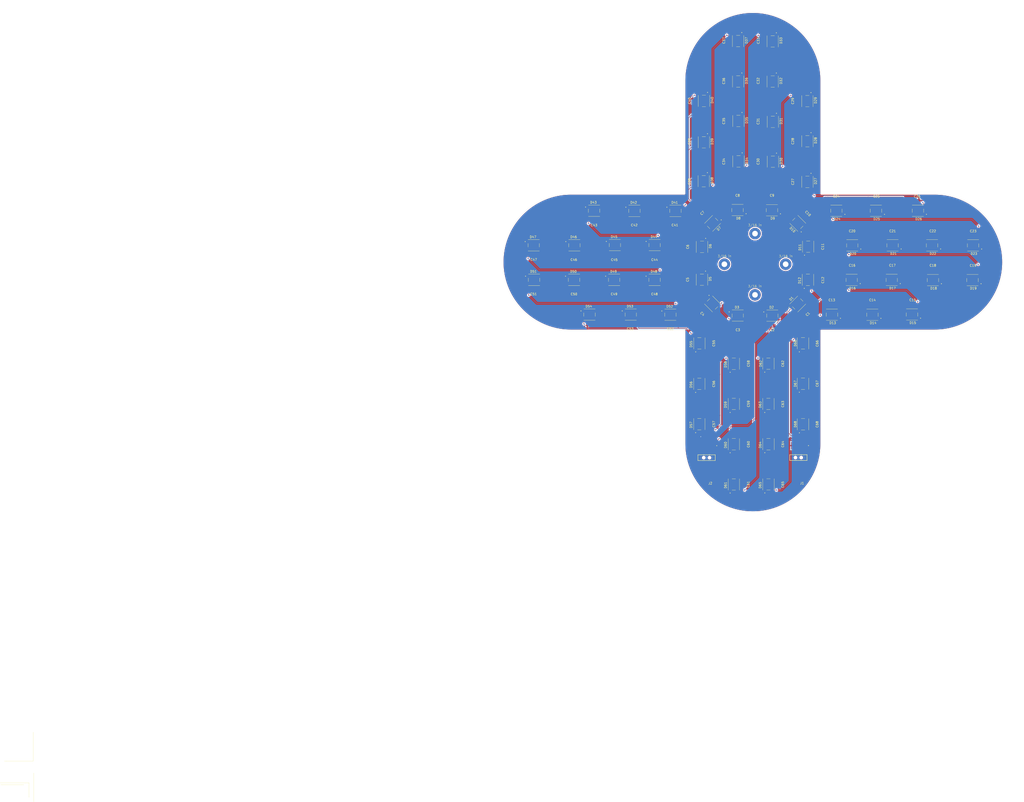
<source format=kicad_pcb>
(kicad_pcb (version 20241229) (generator "pcbnew") (generator_version "9.0")
  (title_block (date "2025-10-25"))
  (layers (0 "F.Cu" signal) (2 "B.Cu" signal) (13 "F.Paste" user) (15 "B.Paste" user) (5 "F.SilkS" user "F.Silkscreen") (7 "B.SilkS" user "B.Silkscreen") (1 "F.Mask" user) (3 "B.Mask" user) (25 "Edge.Cuts" user))
  (net 0 "")
  (net 1 "Net-(D1-DIN)")
  (net 2 "GND")
  (net 3 "Net-(D1-DOUT)")
  (net 4 "+5V")
  (net 5 "Net-(D10-DIN)")
  (net 6 "Net-(D10-DOUT)")
  (net 7 "Net-(D17-DIN)")
  (net 8 "Net-(D18-DIN)")
  (net 9 "Net-(D13-DIN)")
  (net 10 "Net-(D19-DIN)")
  (net 11 "Net-(D14-DIN)")
  (net 12 "Net-(D15-DIN)")
  (net 13 "Net-(D16-DIN)")
  (net 14 "Net-(D20-DIN)")
  (net 15 "Net-(D27-DIN)")
  (net 16 "Net-(D21-DIN)")
  (net 17 "Net-(D28-DIN)")
  (net 18 "Net-(D22-DIN)")
  (net 19 "Net-(D29-DIN)")
  (net 20 "Net-(D23-DIN)")
  (net 21 "Net-(D24-DIN)")
  (net 22 "Net-(D25-DIN)")
  (net 23 "Net-(D26-DIN)")
  (net 24 "Net-(D30-DIN)")
  (net 25 "Net-(D34-DIN)")
  (net 26 "Net-(D31-DIN)")
  (net 27 "Net-(D32-DIN)")
  (net 28 "Net-(D37-DIN)")
  (net 29 "Net-(D33-DIN)")
  (net 30 "Net-(D38-DIN)")
  (net 31 "Net-(D36-DIN)")
  (net 32 "Net-(D39-DIN)")
  (net 33 "Net-(D40-DIN)")
  (net 34 "Net-(D41-DIN)")
  (net 35 "Net-(D42-DIN)")
  (net 36 "Net-(D43-DIN)")
  (net 37 "Net-(D44-DIN)")
  (net 38 "Net-(D45-DIN)")
  (net 39 "Net-(D46-DIN)")
  (net 40 "Net-(D47-DIN)")
  (net 41 "Net-(D48-DIN)")
  (net 42 "Net-(D35-DIN)")
  (net 43 "Net-(D49-DIN)")
  (net 44 "Net-(D50-DIN)")
  (net 45 "Net-(D51-DIN)")
  (net 46 "Net-(D52-DIN)")
  (net 47 "Net-(D53-DIN)")
  (net 48 "Net-(D54-DIN)")
  (net 49 "Net-(D55-DIN)")
  (net 50 "Net-(D56-DIN)")
  (net 51 "Net-(D57-DIN)")
  (net 52 "Net-(D58-DIN)")
  (net 53 "Net-(D59-DIN)")
  (net 54 "Net-(D60-DIN)")
  (net 55 "Net-(D61-DIN)")
  (net 56 "Net-(D62-DIN)")
  (net 57 "Net-(D63-DIN)")
  (net 58 "Net-(D64-DIN)")
  (net 59 "Net-(D65-DIN)")
  (net 60 "Net-(D66-DIN)")
  (net 61 "Net-(D67-DIN)")
  (net 62 "Net-(D68-DIN)")
  (net 65 "Net-(D2-DIN)")
  (net 66 "Net-(D3-DIN)")
  (net 67 "Net-(D4-DIN)")
  (net 68 "Net-(D5-DIN)")
  (net 69 "Net-(D6-DIN)")
  (net 70 "Net-(D7-DIN)")
  (net 71 "Net-(D8-DIN)")
  (net 72 "Net-(D11-DIN)")
  (net 73 "Net-(D12-DIN)")
  (footprint "CustomParts:LED_1655" (layer "F.Cu") (at 145.2375 189.4)
    (property "Reference" "D53")
    (property "Value" "1655 NeoPixel")
  )
  (footprint "CustomParts:LED_1655" (layer "F.Cu") (at 207.725 122.125 -90)
    (property "Reference" "D30")
    (property "Value" "1655 NeoPixel")
  )
  (footprint "CustomParts:CAPC220145_88N_KEM" (layer "F.Cu") (at 137.9 178.55 180)
    (property "Reference" "C49")
    (property "Value" "C_Small")
  )
  (footprint "CustomParts:LED_1655" (layer "F.Cu") (at 207.65 86.8875 -90)
    (property "Reference" "D32")
    (property "Value" "1655 NeoPixel")
  )
  (footprint "CustomParts:SAMTEC_TSM-103-02-L-SH-LC" (layer "F.Cu") (at 218.925 252.325 180)
    (property "Reference" "J1")
    (property "Value" "TSM-103-02-L-SH-LC")
  )
  (footprint "CustomParts:CAPC220145_88N_KEM" (layer "F.Cu") (at 162.65 193.8 180)
    (property "Reference" "C52")
    (property "Value" "C_Small")
  )
  (footprint "CustomParts:CAPC220145_88N_KEM" (layer "F.Cu") (at 172.125 159.6 90)
    (property "Reference" "C6")
    (property "Value" "C_Small")
  )
  (footprint "CustomParts:CAPC220145_88N_KEM" (layer "F.Cu") (at 277.975 154.5125)
    (property "Reference" "C22")
    (property "Value" "C_Small")
  )
  (footprint "CustomParts:LED_1655" (layer "F.Cu") (at 223.125 174.1125 90)
    (property "Reference" "D12")
    (property "Value" "1655 NeoPixel")
  )
  (footprint "CustomParts:LED_1655" (layer "F.Cu") (at 102.7375 174.1)
    (property "Reference" "D51")
    (property "Value" "1655 NeoPixel")
  )
  (footprint "CustomParts:CAPC220145_88N_KEM" (layer "F.Cu") (at 178.025 146.075 45)
    (property "Reference" "C7")
    (property "Value" "C_Small")
  )
  (footprint "CustomParts:LED_1655" (layer "F.Cu") (at 190.55 211.025 90)
    (property "Reference" "D58")
    (property "Value" "1655 NeoPixel")
  )
  (footprint "CustomParts:LED_1655" (layer "F.Cu") (at 260.375 158.95 180)
    (property "Reference" "D21")
    (property "Value" "1655 NeoPixel")
  )
  (footprint "CustomParts:CAPC220145_88N_KEM" (layer "F.Cu") (at 179.9 219.9 -90)
    (property "Reference" "C56")
    (property "Value" "C_Small")
  )
  (footprint "CustomParts:CAPC220145_88N_KEM" (layer "F.Cu") (at 295.775 154.5375)
    (property "Reference" "C23")
    (property "Value" "C_Small")
  )
  (footprint "CustomParts:LED_1655" (layer "F.Cu") (at 176.525 174.0375 -90)
    (property "Reference" "D5")
    (property "Value" "1655 NeoPixel")
  )
  (footprint "CustomParts:CAPC220145_88N_KEM" (layer "F.Cu") (at 164.625 148.2 180)
    (property "Reference" "C41")
    (property "Value" "C_Small")
  )
  (footprint "CustomParts:3-16in hole" (layer "F.Cu") (at 213.298342 167.221716 45)
    (property "Reference" "3/16 in")
    (property "Value" "3/16 in" (hide yes))
  )
  (footprint "CustomParts:LED_1655" (layer "F.Cu") (at 181.175 184.725 -45)
    (property "Reference" "D4" (hide yes))
    (property "Value" "1655 NeoPixel")
  )
  (footprint "CustomParts:LED_1655" (layer "F.Cu") (at 207.65 69.1875 -90)
    (property "Reference" "D33")
    (property "Value" "1655 NeoPixel")
  )
  (footprint "CustomParts:CAPC220145_88N_KEM" (layer "F.Cu") (at 225.375 219.775 -90)
    (property "Reference" "C67")
    (property "Value" "C_Small")
  )
  (footprint "CustomParts:CAPC220145_88N_KEM" (layer "F.Cu") (at 218.325 95.475 90)
    (property "Reference" "C29")
    (property "Value" "C_Small")
  )
  (footprint "CustomParts:CAPC220145_88N_KEM" (layer "F.Cu") (at 146.775 148.2 180)
    (property "Reference" "C42")
    (property "Value" "C_Small")
  )
  (footprint "CustomParts:CAPC220145_88N_KEM" (layer "F.Cu") (at 227.8 159.5 -90)
    (property "Reference" "C11")
    (property "Value" "C_Small")
  )
  (footprint "CustomParts:CAPC220145_88N_KEM" (layer "F.Cu") (at 192.3 194.4)
    (property "Reference" "C3")
    (property "Value" "C_Small")
  )
  (footprint "CustomParts:CAPC220145_88N_KEM" (layer "F.Cu") (at 210.225 264.2 -90)
    (property "Reference" "C65")
    (property "Value" "C_Small")
  )
  (footprint "CustomParts:LED_1655" (layer "F.Cu") (at 177.375 113.5875 -90)
    (property "Reference" "D39")
    (property "Value" "1655 NeoPixel")
  )
  (footprint "CustomParts:CAPC220145_88N_KEM" (layer "F.Cu") (at 195.15 228.675 -90)
    (property "Reference" "C59")
    (property "Value" "C_Small")
  )
  (footprint "CustomParts:LED_1655" (layer "F.Cu") (at 218.65 184.75 45)
    (property "Reference" "D1")
    (property "Value" "1655 NeoPixel")
  )
  (footprint "CustomParts:LED_1655" (layer "F.Cu") (at 192.55 104.25 -90)
    (property "Reference" "D35")
    (property "Value" "1655 NeoPixel")
  )
  (footprint "CustomParts:CAPC220145_88N_KEM" (layer "F.Cu") (at 225.35 237.7 -90)
    (property "Reference" "C68")
    (property "Value" "C_Small")
  )
  (footprint "CustomParts:LED_1655" (layer "F.Cu") (at 222.875 95.5 -90)
    (property "Reference" "D29")
    (property "Value" "1655 NeoPixel")
  )
  (footprint "CustomParts:SAMTEC_TSM-103-02-L-SH-LC" (layer "F.Cu") (at 178.5875 252.36 180)
    (property "Reference" "J2")
    (property "Value" "TSM-103-02-L-SH-LC")
  )
  (footprint "CustomParts:CAPC220145_88N_KEM" (layer "F.Cu") (at 242.55 169.6125)
    (property "Reference" "C16")
    (property "Value" "C_Small")
  )
  (footprint "CustomParts:CAPC220145_88N_KEM" (layer "F.Cu") (at 172.875 130.925 90)
    (property "Reference" "C38")
    (property "Value" "C_Small")
  )
  (footprint "CustomParts:LED_1655" (layer "F.Cu") (at 220.975 237.6875 90)
    (property "Reference" "D68")
    (property "Value" "1655 NeoPixel")
  )
  (footprint "CustomParts:LED_1655" (layer "F.Cu") (at 205.75 228.725 90)
    (property "Reference" "D63")
    (property "Value" "1655 NeoPixel")
  )
  (footprint "CustomParts:CAPC220145_88N_KEM" (layer "F.Cu") (at 195.075 264.125 -90)
    (property "Reference" "C61")
    (property "Value" "C_Small")
  )
  (footprint "CustomParts:CAPC220145_88N_KEM" (layer "F.Cu") (at 145 193.8 180)
    (property "Reference" "C53")
    (property "Value" "C_Small")
  )
  (footprint "CustomParts:CAPC220145_88N_KEM" (layer "F.Cu") (at 253.25 139.2625)
    (property "Reference" "C25")
    (property "Value" "C_Small")
  )
  (footprint "CustomParts:LED_1655" (layer "F.Cu") (at 207.475 189.85)
    (property "Reference" "D2")
    (property "Value" "1655 NeoPixel")
  )
  (footprint "CustomParts:LED_1655" (layer "F.Cu") (at 127.1 189.4)
    (property "Reference" "D54")
    (property "Value" "1655 NeoPixel")
  )
  (footprint "CustomParts:LED_1655" (layer "F.Cu") (at 192.475 86.8625 -90)
    (property "Reference" "D36")
    (property "Value" "1655 NeoPixel")
  )
  (footprint "CustomParts:CAPC220145_88N_KEM" (layer "F.Cu") (at 179.9 202.05 -90)
    (property "Reference" "C55")
    (property "Value" "C_Small")
  )
  (footprint "CustomParts:LED_1655" (layer "F.Cu") (at 120.4375 158.9)
    (property "Reference" "D46")
    (property "Value" "1655 NeoPixel")
  )
  (footprint "CustomParts:LED_1655" (layer "F.Cu") (at 268.9125 189.375 180)
    (property "Reference" "D15")
    (property "Value" "1655 NeoPixel")
  )
  (footprint "CustomParts:CAPC220145_88N_KEM" (layer "F.Cu") (at 178.025 187.8 135)
    (property "Reference" "C4")
    (property "Value" "C_Small")
  )
  (footprint "CustomParts:CAPC220145_88N_KEM" (layer "F.Cu") (at 251.475 184.8625)
    (property "Reference" "C14")
    (property "Value" "C_Small")
  )
  (footprint "CustomParts:LED_1655" (layer "F.Cu") (at 162.65 189.425)
    (property "Reference" "D52")
    (property "Value" "1655 NeoPixel")
  )
  (footprint "CustomParts:CAPC220145_88N_KEM" (layer "F.Cu") (at 195.15 210.975 -90)
    (property "Reference" "C58")
    (property "Value" "C_Small")
  )
  (footprint "CustomParts:LED_1655" (layer "F.Cu") (at 177.325 130.7125 -90)
    (property "Reference" "D38")
    (property "Value" "1655 NeoPixel")
  )
  (footprint "CustomParts:CAPC220145_88N_KEM" (layer "F.Cu") (at 203.1 104.375 90)
    (property "Reference" "C31")
    (property "Value" "C_Small")
  )
  (footprint "CustomParts:LED_1655" (layer "F.Cu") (at 177.4 95.4 -90)
    (property "Reference" "D40")
    (property "Value" "1655 NeoPixel")
  )
  (footprint "CustomParts:LED_1655" (layer "F.Cu") (at 205.75 210.975 90)
    (property "Reference" "D62")
    (property "Value" "1655 NeoPixel")
  )
  (footprint "CustomParts:LED_1655" (layer "F.Cu") (at 205.775 264.125 90)
    (property "Reference" "D65")
    (property "Value" "1655 NeoPixel")
  )
  (footprint "CustomParts:CAPC220145_88N_KEM" (layer "F.Cu") (at 188 122.05 90)
    (property "Reference" "C34")
    (property "Value" "C_Small")
  )
  (footprint "CustomParts:CAPC220145_88N_KEM" (layer "F.Cu") (at 278.05 169.6375)
    (property "Reference" "C18")
    (property "Value" "C_Small")
  )
  (footprint "CustomParts:LED_1655" (layer "F.Cu") (at 220.95 219.8125 90)
    (property "Reference" "D67")
    (property "Value" "1655 NeoPixel")
  )
  (footprint "CustomParts:LED_1655" (layer "F.Cu") (at 120.325 174.1)
    (property "Reference" "D50")
    (property "Value" "1655 NeoPixel")
  )
  (footprint "CustomParts:CAPC220145_88N_KEM" (layer "F.Cu") (at 172.875 113.275 90)
    (property "Reference" "C39")
    (property "Value" "C_Small")
  )
  (footprint "CustomParts:LED_1655" (layer "F.Cu") (at 190.55 246.45 90)
    (property "Reference" "D60")
    (property "Value" "1655 NeoPixel")
  )
  (footprint "CustomParts:CAPC220145_88N_KEM" (layer "F.Cu") (at 225.375 202.125 -90)
    (property "Reference" "C66")
    (property "Value" "C_Small")
  )
  (footprint "CustomParts:LED_1655" (layer "F.Cu") (at 129.125 143.7)
    (property "Reference" "D43")
    (property "Value" "1655 NeoPixel")
  )
  (footprint "CustomParts:LED_1655" (layer "F.Cu") (at 155.75 158.825)
    (property "Reference" "D44")
    (property "Value" "1655 NeoPixel")
  )
  (footprint "CustomParts:CAPC220145_88N_KEM" (layer "F.Cu") (at 203.175 68.925 90)
    (property "Reference" "C33")
    (property "Value" "C_Small")
  )
  (footprint "CustomParts:LED_1655" (layer "F.Cu") (at 192.625 122 -90)
    (property "Reference" "D34")
    (property "Value" "1655 NeoPixel")
  )
  (footprint "CustomParts:CAPC220145_88N_KEM" (layer "F.Cu") (at 188 104.275 90)
    (property "Reference" "C35")
    (property "Value" "C_Small")
  )
  (footprint "CustomParts:LED_1655" (layer "F.Cu") (at 253.0375 143.7 180)
    (property "Reference" "D25")
    (property "Value" "1655 NeoPixel")
  )
  (footprint "CustomParts:CAPC220145_88N_KEM" (layer "F.Cu") (at 207.325 138.85)
    (property "Reference" "C9")
    (property "Value" "C_Small")
  )
  (footprint "CustomParts:CAPC220145_88N_KEM" (layer "F.Cu") (at 155.675 178.55 180)
    (property "Reference" "C48")
    (property "Value" "C_Small")
  )
  (footprint "CustomParts:LED_1655" (layer "F.Cu") (at 242.625 158.975 180)
    (property "Reference" "D20")
    (property "Value" "1655 NeoPixel")
  )
  (footprint "CustomParts:LED_1655" (layer "F.Cu") (at 220.95 202.0625 90)
    (property "Reference" "D66")
    (property "Value" "1655 NeoPixel")
  )
  (footprint "CustomParts:CAPC220145_88N_KEM" (layer "F.Cu") (at 207.475 194.4)
    (property "Reference" "C2")
    (property "Value" "C_Small")
  )
  (footprint "CustomParts:CAPC220145_88N_KEM" (layer "F.Cu") (at 138 163.45 180)
    (property "Reference" "C45")
    (property "Value" "C_Small")
  )
  (footprint "CustomParts:LED_1655" (layer "F.Cu") (at 295.5125 174.225 180)
    (property "Reference" "D19")
    (property "Value" "1655 NeoPixel")
  )
  (footprint "CustomParts:CAPC220145_88N_KEM" (layer "F.Cu") (at 210.25 246.4 -90)
    (property "Reference" "C64")
    (property "Value" "C_Small")
  )
  (footprint "CustomParts:3-16in hole" (layer "F.Cu") (at 199.827958 153.751332 45)
    (property "Reference" "3/16 in")
    (property "Value" "3/16 in" (hide yes))
  )
  (footprint "CustomParts:LED_1655" (layer "F.Cu") (at 137.95 174.1)
    (property "Reference" "D49")
    (property "Value" "1655 NeoPixel")
  )
  (footprint "CustomParts:LED_1655" (layer "F.Cu") (at 242.3875 174.175 180)
    (property "Reference" "D16")
    (property "Value" "1655 NeoPixel")
  )
  (footprint "CustomParts:LED_1655" (layer "F.Cu") (at 138.2375 158.825)
    (property "Reference" "D45")
    (property "Value" "1655 NeoPixel")
  )
  (footprint "CustomParts:LED_1655" (layer "F.Cu") (at 223.25 159.5125 90)
    (property "Reference" "D11")
    (property "Value" "1655 NeoPixel")
  )
  (footprint "CustomParts:LED_1655" (layer "F.Cu") (at 192.45 69.0875 -90)
    (property "Reference" "D37")
    (property "Value" "1655 NeoPixel")
  )
  (footprint "CustomParts:LED_1655" (layer "F.Cu") (at 146.825 143.75)
    (property "Reference" "D42")
    (property "Value" "1655 NeoPixel")
  )
  (footprint "CustomParts:CAPC220145_88N_KEM" (layer "F.Cu") (at 120.2 163.425 180)
    (property "Reference" "C46")
    (property "Value" "C_Small")
  )
  (footprint "CustomParts:LED_1655" (layer "F.Cu") (at 192.2 143.425 180)
    (property "Reference" "D8")
    (property "Value" "1655 NeoPixel")
  )
  (footprint "CustomParts:LED_1655" (layer "F.Cu") (at 175.375 237.6 90)
    (property "Reference" "D57")
    (property "Value" "1655 NeoPixel")
  )
  (footprint "CustomParts:LED_1655" (layer "F.Cu") (at 176.575 159.625 -90)
    (property "Reference" "D6")
    (property "Value" "1655 NeoPixel")
  )
  (footprint "CustomParts:LED_1655" (layer "F.Cu") (at 271.4875 143.7 180)
    (property "Reference" "D26")
    (property "Value" "1655 NeoPixel")
  )
  (footprint "CustomParts:LED_1655" (layer "F.Cu") (at 181.225 149.275 -135)
    (property "Reference" "D7")
    (property "Value" "1655 NeoPixel")
  )
  (footprint "CustomParts:CAPC220145_88N_KEM" (layer "F.Cu") (at 233.625 184.8625)
    (property "Reference" "C13")
    (property "Value" "C_Small")
  )
  (footprint "CustomParts:CAPC220145_88N_KEM" (layer "F.Cu") (at 188.025 68.85 90)
    (property "Reference" "C37")
    (property "Value" "C_Small")
  )
  (footprint "CustomParts:CAPC220145_88N_KEM" (layer "F.Cu") (at 195.125 246.475 -90)
    (property "Reference" "C60")
    (property "Value" "C_Small")
  )
  (footprint "CustomParts:LED_1655" (layer "F.Cu") (at 278.075 174.225 180)
    (property "Reference" "D18")
    (property "Value" "1655 NeoPixel")
  )
  (footprint "CustomParts:CAPC220145_88N_KEM" (layer "F.Cu") (at 221.775 187.875 -135)
    (property "Reference" "C1")
    (property "Value" "C_Small")
  )
  (footprint "CustomParts:LED_1655" (layer "F.Cu") (at 155.725 174.1)
    (property "Reference" "D48")
    (property "Value" "1655 NeoPixel")
  )
  (footprint "CustomParts:CAPC220145_88N_KEM" (layer "F.Cu") (at 221.825 146.225 -45)
    (property "Reference" "C10")
    (property "Value" "C_Small")
  )
  (footprint "CustomParts:CAPC220145_88N_KEM" (layer "F.Cu") (at 155.7 163.45 180)
    (property "Reference" "C44")
    (property "Value" "C_Small")
  )
  (footprint "CustomParts:CAPC220145_88N_KEM" (layer "F.Cu") (at 210.25 228.775 -90)
    (property "Reference" "C63")
    (property "Value" "C_Small")
  )
  (footprint "CustomParts:LED_1655" (layer "F.Cu") (at 222.9 113.125 -90)
    (property "Reference" "D28")
    (property "Value" "1655 NeoPixel")
  )
  (footprint "CustomParts:LED_1655" (layer "F.Cu") (at 251.475 189.45 180)
    (property "Reference" "D14")
    (property "Value" "1655 NeoPixel")
  )
  (footprint "CustomParts:CAPC220145_88N_KEM" (layer "F.Cu") (at 129.1 148.225 180)
    (property "Reference" "C43")
    (property "Value" "C_Small")
  )
  (footprint "CustomParts:CAPC220145_88N_KEM" (layer "F.Cu") (at 227.85 174.225 -90)
    (property "Reference" "C12")
    (property "Value" "C_Small")
  )
  (footprint "CustomParts:3-16in hole" (layer "F.Cu") (at 199.827958 180.6921 45)
    (property "Reference" "3/16 in")
    (property "Value" "3/16 in" (hide yes))
  )
  (footprint "CustomParts:3-16in hole" (layer "F.Cu") (at 186.357574 167.221716 45)
    (property "Reference" "3/16 in")
    (property "Value" "3/16 in" (hide yes))
  )
  (footprint "CustomParts:CAPC220145_88N_KEM" (layer "F.Cu") (at 242.575 154.5125)
    (property "Reference" "C20")
    (property "Value" "C_Small")
  )
  (footprint "CustomParts:LED_1655" (layer "F.Cu") (at 218.675 149.25 135)
    (property "Reference" "D10")
    (property "Value" "1655 NeoPixel")
  )
  (footprint "CustomParts:CAPC220145_88N_KEM" (layer "F.Cu") (at 192.2 138.85)
    (property "Reference" "C8")
    (property "Value" "C_Small")
  )
  (footprint "CustomParts:LED_1655" (layer "F.Cu") (at 207.3 143.475 180)
    (property "Reference" "D9")
    (property "Value" "1655 NeoPixel")
  )
  (footprint "CustomParts:LED_1655" (layer "F.Cu") (at 233.6875 189.425 180)
    (property "Reference" "D13")
    (property "Value" "1655 NeoPixel")
  )
  (footprint "CustomParts:CAPC220145_88N_KEM" (layer "F.Cu") (at 210.25 211 -90)
    (property "Reference" "C62")
    (property "Value" "C_Small")
  )
  (footprint "CustomParts:CAPC220145_88N_KEM" (layer "F.Cu") (at 271.175 139.2875)
    (property "Reference" "C26")
    (property "Value" "C_Small")
  )
  (footprint "CustomParts:CAPC220145_88N_KEM" (layer "F.Cu") (at 260.35 154.5125)
    (property "Reference" "C21")
    (property "Value" "C_Small")
  )
  (footprint "CustomParts:CAPC220145_88N_KEM" (layer "F.Cu") (at 295.7 169.6875)
    (property "Reference" "C19")
    (property "Value" "C_Small")
  )
  (footprint "CustomParts:LED_1655" (layer "F.Cu") (at 277.7375 158.95 180)
    (property "Reference" "D22")
    (property "Value" "1655 NeoPixel")
  )
  (footprint "CustomParts:CAPC220145_88N_KEM" (layer "F.Cu") (at 260.25 169.6125)
    (property "Reference" "C17")
    (property "Value" "C_Small")
  )
  (footprint "CustomParts:CAPC220145_88N_KEM" (layer "F.Cu") (at 120.275 178.55 180)
    (property "Reference" "C50")
    (property "Value" "C_Small")
  )
  (footprint "CustomParts:LED_1655" (layer "F.Cu") (at 207.7 104.5875 -90)
    (property "Reference" "D31")
    (property "Value" "1655 NeoPixel")
  )
  (footprint "CustomParts:CAPC220145_88N_KEM" (layer "F.Cu") (at 179.925 237.575 -90)
    (property "Reference" "C57")
    (property "Value" "C_Small")
  )
  (footprint "CustomParts:LED_1655" (layer "F.Cu") (at 190.55 264.15 90)
    (property "Reference" "D61")
    (property "Value" "1655 NeoPixel")
  )
  (footprint "CustomParts:CAPC220145_88N_KEM" (layer "F.Cu") (at 235.6 139.2625)
    (property "Reference" "C24")
    (property "Value" "C_Small")
  )
  (footprint "CustomParts:CAPC220145_88N_KEM" (layer "F.Cu") (at 203.125 86.575 90)
    (property "Reference" "C32")
    (property "Value" "C_Small")
  )
  (footprint "CustomParts:LED_1655" (layer "F.Cu") (at 205.775 246.425 90)
    (property "Reference" "D64")
    (property "Value" "1655 NeoPixel")
  )
  (footprint "CustomParts:LED_1655" (layer "F.Cu") (at 259.9875 174.175 180)
    (property "Reference" "D17")
    (property "Value" "1655 NeoPixel")
  )
  (footprint "CustomParts:LED_1655" (layer "F.Cu") (at 295.775 158.975 180)
    (property "Reference" "D23")
    (property "Value" "1655 NeoPixel")
  )
  (footprint "CustomParts:LED_1655" (layer "F.Cu") (at 222.9 131 -90)
    (property "Reference" "D27")
    (property "Value" "1655 NeoPixel")
  )
  (footprint "CustomParts:CAPC220145_88N_KEM" (layer "F.Cu") (at 102.475 178.525 180)
    (property "Reference" "C51")
    (property "Value" "C_Small")
  )
  (footprint "CustomParts:CAPC220145_88N_KEM" (layer "F.Cu") (at 218.35 113.15 90)
    (property "Reference" "C28")
    (property "Value" "C_Small")
  )
  (footprint "CustomParts:LED_1655" (layer "F.Cu") (at 175.375 219.9 90)
    (property "Reference" "D56")
    (property "Value" "1655 NeoPixel")
  )
  (footprint "CustomParts:LED_1655" (layer "F.Cu") (at 235.625 143.7 180)
    (property "Reference" "D24")
    (property "Value" "1655 NeoPixel")
  )
  (footprint "CustomParts:LED_1655" (layer "F.Cu") (at 175.4 202.075 90)
    (property "Reference" "D55")
    (property "Value" "1655 NeoPixel")
  )
  (footprint "CustomParts:CAPC220145_88N_KEM" (layer "F.Cu") (at 188 86.65 90)
    (property "Reference" "C36")
    (property "Value" "C_Small")
  )
  (footprint "CustomParts:CAPC220145_88N_KEM" (layer "F.Cu") (at 269.15 184.8375)
    (property "Reference" "C15")
    (property "Value" "C_Small")
  )
  (footprint "CustomParts:LED_1655" (layer "F.Cu") (at 192.275 189.825)
    (property "Reference" "D3")
    (property "Value" "1655 NeoPixel")
  )
  (footprint "CustomParts:LED_1655" (layer "F.Cu") (at 190.55 228.725 90)
    (property "Reference" "D59")
    (property "Value" "1655 NeoPixel")
  )
  (footprint "CustomParts:LED_1655" (layer "F.Cu") (at 102.575 158.9)
    (property "Reference" "D47")
    (property "Value" "1655 NeoPixel")
  )
  (footprint "CustomParts:CAPC220145_88N_KEM" (layer "F.Cu") (at 172.075 174.025 90)
    (property "Reference" "C5")
    (property "Value" "C_Small")
  )
  (footprint "CustomParts:CAPC220145_88N_KEM" (layer "F.Cu") (at 172.9 95.35 90)
    (property "Reference" "C40")
    (property "Value" "C_Small")
  )
  (footprint "CustomParts:CAPC220145_88N_KEM" (layer "F.Cu") (at 102.55 163.375 180)
    (property "Reference" "C47")
    (property "Value" "C_Small")
  )
  (footprint "CustomParts:CAPC220145_88N_KEM" (layer "F.Cu") (at 127.075 193.775 180)
    (property "Reference" "C54" (hide yes))
    (property "Value" "C_Small")
  )
  (footprint "CustomParts:CAPC220145_88N_KEM" (layer "F.Cu") (at 218.35 131 90)
    (property "Reference" "C27")
    (property "Value" "C_Small")
  )
  (footprint "CustomParts:CAPC220145_88N_KEM" (layer "F.Cu") (at 203.1 122.075 90)
    (property "Reference" "C30")
    (property "Value" "C_Small")
  )
  (footprint "CustomParts:LED_1655" (layer "F.Cu") (at 164.8625 143.75)
    (property "Reference" "D41")
    (property "Value" "1655 NeoPixel")
  )
  (gr_line (start -117.5 385.85) (end -130.2 385.85) (stroke (width 0.1)) (layer "F.SilkS"))
  (gr_line (start -119.35 395.475) (end -132.05 395.475) (stroke (width 0.1)) (layer "F.SilkS"))
  (gr_line (start -131.8 396.225) (end -121.65 396.225) (stroke (width 0.1)) (layer "F.SilkS"))
  (gr_line (start -117.3 403.775) (end -117.3 391.075) (stroke (width 0.1)) (layer "F.SilkS"))
  (gr_line (start -117.5 373.15) (end -117.5 385.85) (stroke (width 0.1)) (layer "F.SilkS"))
  (gr_line (start -119.35 401.825) (end -119.35 395.475) (stroke (width 0.1)) (layer "F.SilkS"))
  (gr_line (start 119.025155 136.174876) (end 168.775 136.174876) (stroke (width 0.05)) (layer "Edge.Cuts"))
  (gr_line (start 278.97497 136.174877) (end 229.075042 136.174876) (stroke (width 0.05)) (layer "Edge.Cuts"))
  (gr_line (start 168.774918 86.275) (end 168.774918 136.174876) (stroke (width 0.05)) (layer "Edge.Cuts"))
  (gr_line (start 168.774918 246.224845) (end 168.774918 196.475) (stroke (width 0.05)) (layer "Edge.Cuts"))
  (gr_arc (start 278.97497 136.174876) (mid 309.025042 166.399918) (end 278.824887 196.475) (stroke (width 0.05)) (layer "Edge.Cuts"))
  (gr_line (start 229.075045 86.425031) (end 229.075042 136.174876) (stroke (width 0.05)) (layer "Edge.Cuts"))
  (gr_line (start 278.820613 196.475) (end 229.075042 196.475) (stroke (width 0.05)) (layer "Edge.Cuts"))
  (gr_arc (start 118.875072 196.475) (mid 88.825 166.249958) (end 119.025155 136.174876) (stroke (width 0.05)) (layer "Edge.Cuts"))
  (gr_line (start 229.075042 246.374677) (end 229.075042 196.475) (stroke (width 0.05)) (layer "Edge.Cuts"))
  (gr_arc (start 168.774918 86.274948) (mid 198.99996 56.224876) (end 229.075042 86.425031) (stroke (width 0.05)) (layer "Edge.Cuts"))
  (gr_arc (start 229.075042 246.374928) (mid 198.85 276.425) (end 168.774918 246.224845) (stroke (width 0.05)) (layer "Edge.Cuts"))
  (gr_line (start 118.875124 196.475) (end 168.775 196.475) (stroke (width 0.05)) (layer "Edge.Cuts"))
  (segment (start 209.925 188.25) (end 217.412741 188.25) (width 0.2) (layer "F.Cu") (net 1))
  (segment (start 217.412741 188.25) (end 218.048959 187.613782) (width 0.2) (layer "F.Cu") (net 1))
  (via (at 215.95 244.35) (size 0.6) (drill 0.3) (layers "F.Cu" "B.Cu") (net 2))
  (via (at 176.025 243.125) (size 0.6) (drill 0.3) (layers "F.Cu" "B.Cu") (net 2))
  (segment (start 219.251041 181.886218) (end 219.251041 183.248959) (width 0.2) (layer "F.Cu") (net 3))
  (segment (start 181.1275 246.9475) (end 184.025 244.05) (width 0.2) (layer "F.Cu") (net 3))
  (segment (start 181.1275 247.08) (end 181.1275 246.9475) (width 0.2) (layer "F.Cu") (net 3))
  (segment (start 219.251041 183.248959) (end 215.175 187.325) (width 0.2) (layer "F.Cu") (net 3))
  (via (at 215.175 187.325) (size 0.6) (drill 0.3) (layers "F.Cu" "B.Cu") (net 3))
  (via (at 184.025 244.05) (size 0.6) (drill 0.3) (layers "F.Cu" "B.Cu") (net 3))
  (segment (start 196.75 238.2) (end 189.875 238.2) (width 0.2) (layer "B.Cu") (net 3))
  (segment (start 200.15 219.8) (end 200.15 234.8) (width 0.2) (layer "B.Cu") (net 3))
  (segment (start 200.15 202.35) (end 200.15 219.8) (width 0.2) (layer "B.Cu") (net 3))
  (segment (start 215.175 187.325) (end 200.15 202.35) (width 0.2) (layer "B.Cu") (net 3))
  (segment (start 189.875 238.2) (end 184.025 244.05) (width 0.2) (layer "B.Cu") (net 3))
  (segment (start 200.15 234.8) (end 196.75 238.2) (width 0.2) (layer "B.Cu") (net 3))
  (segment (start 210.8 261.675) (end 207.375 261.675) (width 0.2) (layer "F.Cu") (net 4))
  (segment (start 218.35 113.952799) (end 219.627799 113.952799) (width 0.2) (layer "F.Cu") (net 4))
  (segment (start 223.15 145.05) (end 221.3125 143.2125) (width 0.2) (layer "F.Cu") (net 4))
  (segment (start 185.75 106.775) (end 184.65 107.875) (width 0.2) (layer "F.Cu") (net 4))
  (segment (start 188.025 69.652799) (end 189.152799 69.652799) (width 0.2) (layer "F.Cu") (net 4))
  (segment (start 200 196.625) (end 199.2 197.425) (width 0.2) (layer "F.Cu") (net 4))
  (segment (start 207.375 243.975) (end 213.65 243.975) (width 0.2) (layer "F.Cu") (net 4))
  (segment (start 214.4 243.225) (end 212.4 245.225) (width 0.2) (layer "F.Cu") (net 4))
  (segment (start 224.725 171.6625) (end 230.7625 171.6625) (width 0.2) (layer "F.Cu") (net 4))
  (segment (start 257.85 168.025) (end 256.55 166.725) (width 0.2) (layer "F.Cu") (net 4))
  (segment (start 214.9 104.275) (end 221.275 97.9) (width 0.2) (layer "F.Cu") (net 4))
  (segment (start 203.175 69.727799) (end 204.477799 69.727799) (width 0.2) (layer "F.Cu") (net 4))
  (segment (start 222.342665 187.307335) (end 222.342665 184.977842) (width 0.2) (layer "F.Cu") (net 4))
  (segment (start 249.025 187.7875) (end 249.025 181.9) (width 0.2) (layer "F.Cu") (net 4))
  (segment (start 122.675 166) (end 124.35 167.675) (width 0.2) (layer "F.Cu") (net 4))
  (segment (start 140.4 175.65) (end 140.4 180.95) (width 0.2) (layer "F.Cu") (net 4))
  (segment (start 165.427799 148.2) (end 165.427799 146.922201) (width 0.2) (layer "F.Cu") (net 4))
  (segment (start 239.075 166.725) (end 256.55 166.725) (width 0.2) (layer "F.Cu") (net 4))
  (segment (start 240.1 157.4125) (end 240.1 153) (width 0.2) (layer "F.Cu") (net 4))
  (segment (start 230.875 180.575) (end 247.7 180.575) (width 0.2) (layer "F.Cu") (net 4))
  (segment (start 140.4 166.125) (end 141.95 167.675) (width 0.2) (layer "F.Cu") (net 4))
  (segment (start 231.2 180.875) (end 230.775 180.45) (width 0.2) (layer "F.Cu") (net 4))
  (segment (start 214.9 134.5) (end 214.9 116.925) (width 0.2) (layer "F.Cu") (net 4))
  (segment (start 221.247677 143.2125) (end 221.3125 143.2125) (width 0.2) (layer "F.Cu") (net 4))
  (segment (start 277.172201 155.765299) (end 275.55 157.3875) (width 0.2) (layer "F.Cu") (net 4))
  (segment (start 214.725 227.875) (end 214.725 210.6) (width 0.2) (layer "F.Cu") (net 4))
  (segment (start 175.1375 146.7625) (end 170.55 151.35) (width 0.2) (layer "F.Cu") (net 4))
  (segment (start 124.35 167.675) (end 112.2 167.675) (width 0.2) (layer "F.Cu") (net 4))
  (segment (start 189.252799 87.452799) (end 190.875 89.075) (width 0.2) (layer "F.Cu") (net 4))
  (segment (start 165.1625 190.975) (end 165.1625 194.1875) (width 0.2) (layer "F.Cu") (net 4))
  (segment (start 214.725 242.9) (end 214.4 243.225) (width 0.2) (layer "F.Cu") (net 4))
  (segment (start 193.552799 226.275) (end 195.15 227.872201) (width 0.2) (layer "F.Cu") (net 4))
  (segment (start 275.575 172.6125) (end 275.575 168.05) (width 0.2) (layer "F.Cu") (net 4))
  (segment (start 193.102799 193.072201) (end 193.102799 194.4) (width 0.2) (layer "F.Cu") (net 4))
  (segment (start 170.55 162.075) (end 170.55 167.675) (width 0.2) (layer "F.Cu") (net 4))
  (segment (start 219.627799 131.802799) (end 221.25 133.425) (width 0.2) (layer "F.Cu") (net 4))
  (segment (start 103.352799 162.072201) (end 104.975 160.45) (width 0.2) (layer "F.Cu") (net 4))
  (segment (start 122.7 181.175) (end 124.1 182.575) (width 0.2) (layer "F.Cu") (net 4))
  (segment (start 177.457335 146.642665) (end 177.457335 148.972158) (width 0.2) (layer "F.Cu") (net 4))
  (segment (start 207.35 226.275) (end 213.125 226.275) (width 0.2) (layer "F.Cu") (net 4))
  (segment (start 172.9 96.152799) (end 174.015299 96.152799) (width 0.2) (layer "F.Cu") (net 4))
  (segment (start 138.802799 162.047201) (end 140.4 160.45) (width 0.2) (layer "F.Cu") (net 4))
  (segment (start 294.972201 154.5375) (end 294.972201 155.665299) (width 0.2) (layer "F.Cu") (net 4))
  (segment (start 156.477799 178.55) (end 156.477799 177.322201) (width 0.2) (layer "F.Cu") (net 4))
  (segment (start 177.457335 148.972158) (end 178.361218 149.876041) (width 0.2) (layer "F.Cu") (net 4))
  (segment (start 212.4 245.225) (end 212.4 260.2) (width 0.2) (layer "F.Cu") (net 4))
  (segment (start 192.15 208.575) (end 193.552799 208.575) (width 0.2) (layer "F.Cu") (net 4))
  (segment (start 177 199.625) (end 183.1 199.625) (width 0.2) (layer "F.Cu") (net 4))
  (segment (start 183.025 235.15) (end 184.5 233.675) (width 0.2) (layer "F.Cu") (net 4))
  (segment (start 206.1 89.05) (end 200.1 89.05) (width 0.2) (layer "F.Cu") (net 4))
  (segment (start 137.6 151.35) (end 131.525 145.275) (width 0.2) (layer "F.Cu") (net 4))
  (segment (start 194.725 191.45) (end 193.102799 193.072201) (width 0.2) (layer "F.Cu") (net 4))
  (segment (start 166.35 195.375) (end 148.85 195.375) (width 0.2) (layer "F.Cu") (net 4))
  (segment (start 147.4125 193.9375) (end 148.85 195.375) (width 0.2) (layer "F.Cu") (net 4))
  (segment (start 192.15 244) (end 193.452799 244) (width 0.2) (layer "F.Cu") (net 4))
  (segment (start 112.975 182.575) (end 106.075 175.675) (width 0.2) (layer "F.Cu") (net 4))
  (segment (start 167.05 150.275) (end 168.125 151.35) (width 0.2) (layer "F.Cu") (net 4))
  (segment (start 178.597201 236.772201) (end 176.975 235.15) (width 0.2) (layer "F.Cu") (net 4))
  (segment (start 204.502799 122.877799) (end 206.1 124.475) (width 0.2) (layer "F.Cu") (net 4))
  (segment (start 259.547201 155.715299) (end 257.85 157.4125) (width 0.2) (layer "F.Cu") (net 4))
  (segment (start 184.65 125.8) (end 184.65 107.875) (width 0.2) (layer "F.Cu") (net 4))
  (segment (start 176.975 217.45) (end 178.252799 217.45) (width 0.2) (layer "F.Cu") (net 4))
  (segment (start 209.072201 210.197201) (end 210.25 210.197201) (width 0.2) (layer "F.Cu") (net 4))
  (segment (start 167.05 145.3) (end 167.05 150.275) (width 0.2) (layer "F.Cu") (net 4))
  (segment (start 208.502799 261.675) (end 210.225 263.397201) (width 0.2) (layer "F.Cu") (net 4))
  (segment (start 184.5 239.625) (end 184.5 233.675) (width 0.2) (layer "F.Cu") (net 4))
  (segment (start 212.275 260.2) (end 210.8 261.675) (width 0.2) (layer "F.Cu") (net 4))
  (segment (start 172.125 160.402799) (end 173.302799 160.402799) (width 0.2) (layer "F.Cu") (net 4))
  (segment (start 193.552799 208.575) (end 195.15 210.172201) (width 0.2) (layer "F.Cu") (net 4))
  (segment (start 231.2 186.484701) (end 232.822201 184.8625) (width 0.2) (layer "F.Cu") (net 4))
  (segment (start 294.897201 170.990299) (end 293.275 172.6125) (width 0.2) (layer "F.Cu") (net 4))
  (segment (start 249.6 137.65) (end 264.775 137.65) (width 0.2) (layer "F.Cu") (net 4))
  (segment (start 204.427799 87.377799) (end 206.1 89.05) (width 0.2) (layer "F.Cu") (net 4))
  (segment (start 173.302799 160.402799) (end 174.975 162.075) (width 0.2) (layer "F.Cu") (net 4))
  (segment (start 185.95 124.5) (end 184.65 125.8) (width 0.2) (layer "F.Cu") (net 4))
  (segment (start 138.802799 163.45) (end 138.802799 162.047201) (width 0.2) (layer "F.Cu") (net 4))
  (segment (start 156.477799 177.322201) (end 158.15 175.65) (width 0.2) (layer "F.Cu") (net 4))
  (segment (start 192.15 261.7) (end 193.452799 261.7) (width 0.2) (layer "F.Cu") (net 4))
  (segment (start 184.65 137.25) (end 177.025 144.875) (width 0.2) (layer "F.Cu") (net 4))
  (segment (start 204.85 141.875) (end 204.85 137.25) (width 0.2) (layer "F.Cu") (net 4))
  (segment (start 231.825 137.65) (end 249.6 137.65) (width 0.2) (layer "F.Cu") (net 4))
  (segment (start 174.975 162.075) (end 170.55 162.075) (width 0.2) (layer "F.Cu") (net 4))
  (segment (start 259.447201 169.6125) (end 259.447201 171.015299) (width 0.2) (layer "F.Cu") (net 4))
  (segment (start 256.55 166.725) (end 274.25 166.725) (width 0.2) (layer "F.Cu") (net 4))
  (segment (start 230.7625 157.0625) (end 230.775 157.075) (width 0.2) (layer "F.Cu") (net 4))
  (segment (start 207.375 243.975) (end 208.627799 243.975) (width 0.2) (layer "F.Cu") (net 4))
  (segment (start 184.5 233.675) (end 184.5 215.7) (width 0.2) (layer "F.Cu") (net 4))
  (segment (start 173.990299 131.727799) (end 175.7 133.4375) (width 0.2) (layer "F.Cu") (net 4))
  (segment (start 189.75 141.825) (end 189.75 140.497201) (width 0.2) (layer "F.Cu") (net 4))
  (segment (start 106.075 175.675) (end 105 175.675) (width 0.2) (layer "F.Cu") (net 4))
  (segment (start 207.4 208.525) (end 209.072201 210.197201) (width 0.2) (layer "F.Cu") (net 4))
  (segment (start 230.775 180.575) (end 230.775 180.45) (width 0.2) (layer "F.Cu") (net 4))
  (segment (start 224.102323 186.7375) (end 224.6125 186.7375) (width 0.2) (layer "F.Cu") (net 4))
  (segment (start 189.227799 122.852799) (end 190.9 124.525) (width 0.2) (layer "F.Cu") (net 4))
  (segment (start 178.6 195.375) (end 166.35 195.375) (width 0.2) (layer "F.Cu") (net 4))
  (segment (start 193.452799 244) (end 195.125 245.672201) (width 0.2) (layer "F.Cu") (net 4))
  (segment (start 240.15 172.6125) (end 240.15 167.8) (width 0.2) (layer "F.Cu") (net 4))
  (segment (start 277.247201 169.6375) (end 277.247201 170.940299) (width 0.2) (layer "F.Cu") (net 4))
  (segment (start 207.375 261.675) (end 208.502799 261.675) (width 0.2) (layer "F.Cu") (net 4))
  (segment (start 257.85 152.975) (end 256.6 151.725) (width 0.2) (layer "F.Cu") (net 4))
  (segment (start 121.002799 162.122201) (end 122.675 160.45) (width 0.2) (layer "F.Cu") (net 4))
  (segment (start 158.1 160.45) (end 158.1 166.1) (width 0.2) (layer "F.Cu") (net 4))
  (segment (start 256.6 151.725) (end 273.95 151.725) (width 0.2) (layer "F.Cu") (net 4))
  (segment (start 198.025 226.275) (end 199.2 225.1) (width 0.2) (layer "F.Cu") (net 4))
  (segment (start 274.25 166.725) (end 287.3875 166.725) (width 0.2) (layer "F.Cu") (net 4))
  (segment (start 203.1 105.177799) (end 204.502799 105.177799) (width 0.2) (layer "F.Cu") (net 4))
  (segment (start 170.65 138.5) (end 170.65 134.45) (width 0.2) (layer "F.Cu") (net 4))
  (segment (start 158.15 180.725) (end 160 182.575) (width 0.2) (layer "F.Cu") (net 4))
  (segment (start 230.775 152.675) (end 231.725 151.725) (width 0.2) (layer "F.Cu") (net 4))
  (segment (start 218.35 131.802799) (end 219.627799 131.802799) (width 0.2) (layer "F.Cu") (net 4))
  (segment (start 198.525 137.25) (end 198.525 125.775) (width 0.2) (layer "F.Cu") (net 4))
  (segment (start 257.85 172.6125) (end 257.85 168.025) (width 0.2) (layer "F.Cu") (net 4))
  (segment (start 175.385177 146.9) (end 175.375 146.9) (width 0.2) (layer "F.Cu") (net 4))
  (segment (start 184.65 90.5) (end 184.65 77.6) (width 0.2) (layer "F.Cu") (net 4))
  (segment (start 175.375 146.9) (end 175.2375 146.7625) (width 0.2) (layer "F.Cu") (net 4))
  (segment (start 170.65 117.05) (end 170.65 102.8375) (width 0.2) (layer "F.Cu") (net 4))
  (segment (start 212.4 260.2) (end 212.275 260.2) (width 0.2) (layer "F.Cu") (net 4))
  (segment (start 178.5875 245.5375) (end 184.5 239.625) (width 0.2) (layer "F.Cu") (net 4))
  (segment (start 289 151.725) (end 293.25 155.975) (width 0.2) (layer "F.Cu") (net 4))
  (segment (start 184.5 196.525) (end 184.5 198.225) (width 0.2) (layer "F.Cu") (net 4))
  (segment (start 221.25 133.425) (end 215.975 133.425) (width 0.2) (layer "F.Cu") (net 4))
  (segment (start 159.675 167.675) (end 141.95 167.675) (width 0.2) (layer "F.Cu") (net 4))
  (segment (start 175.7 133.4375) (end 171.6625 133.4375) (width 0.2) (layer "F.Cu") (net 4))
  (segment (start 250.8375 138.8875) (end 249.6 137.65) (width 0.2) (layer "F.Cu") (net 4))
  (segment (start 176.975 217.45) (end 182.75 217.45) (width 0.2) (layer "F.Cu") (net 4))
  (segment (start 172.875 114.077799) (end 174.090299 114.077799) (width 0.2) (layer "F.Cu") (net 4))
  (segment (start 277.172201 154.5125) (end 277.172201 155.765299) (width 0.2) (layer "F.Cu") (net 4))
  (segment (start 270.372201 139.2875) (end 270.372201 140.402799) (width 0.2) (layer "F.Cu") (net 4))
  (segment (start 241.747201 169.6125) (end 241.747201 171.015299) (width 0.2) (layer "F.Cu") (net 4))
  (segment (start 206.522201 140.202799) (end 204.85 141.875) (width 0.2) (layer "F.Cu") (net 4))
  (segment (start 160 182.575) (end 142.025 182.575) (width 0.2) (layer "F.Cu") (net 4))
  (segment (start 206.1 124.475) (end 199.825 124.475) (width 0.2) (layer "F.Cu") (net 4))
  (segment (start 199.2 242.6) (end 199.2 254.65) (width 0.2) (layer "F.Cu") (net 4))
  (segment (start 252.447201 140.477799) (end 250.8375 142.0875) (width 0.2) (layer "F.Cu") (net 4))
  (segment (start 190.875 89.075) (end 186.075 89.075) (width 0.2) (layer "F.Cu") (net 4))
  (segment (start 179.9 201.247201) (end 178.622201 201.247201) (width 0.2) (layer "F.Cu") (net 4))
  (segment (start 230.775 152.675) (end 223.15 145.05) (width 0.2) (layer "F.Cu") (net 4))
  (segment (start 178.252799 217.45) (end 179.9 219.097201) (width 0.2) (layer "F.Cu") (net 4))
  (segment (start 194.8 191.425) (end 194.725 191.425) (width 0.2) (layer "F.Cu") (net 4))
  (segment (start 212.65 208.525) (end 207.35 208.525) (width 0.2) (layer "F.Cu") (net 4))
  (segment (start 209.925 191.45) (end 209.925 196.625) (width 0.2) (layer "F.Cu") (net 4))
  (segment (start 227.8 158.697201) (end 226.484701 158.697201) (width 0.2) (layer "F.Cu") (net 4))
  (segment (start 145.802799 192.584701) (end 147.4125 190.975) (width 0.2) (layer "F.Cu") (net 4))
  (segment (start 209.925 196.625) (end 200 196.625) (width 0.2) (layer "F.Cu") (net 4))
  (segment (start 294.972201 155.665299) (end 293.25 157.3875) (width 0.2) (layer "F.Cu") (net 4))
  (segment (start 250.672201 184.8625) (end 250.672201 186.140299) (width 0.2) (layer "F.Cu") (net 4))
  (segment (start 174.015299 96.152799) (end 175.675 97.8125) (width 0.2) (layer "F.Cu") (net 4))
  (segment (start 275.55 157.3875) (end 275.55 153.325) (width 0.2) (layer "F.Cu") (net 4))
  (segment (start 176.975 235.15) (end 183.025 235.15) (width 0.2) (layer "F.Cu") (net 4))
  (segment (start 170.55 167.675) (end 170.55 176.45) (width 0.2) (layer "F.Cu") (net 4))
  (segment (start 208.277799 194.4) (end 208.277799 193.097201) (width 0.2) (layer "F.Cu") (net 4))
  (segment (start 241.747201 171.015299) (end 240.15 172.6125) (width 0.2) (layer "F.Cu") (net 4))
  (segment (start 163.452799 192.684701) (end 165.1625 190.975) (width 0.2) (layer "F.Cu") (net 4))
  (segment (start 224.85 157.0625) (end 230.7625 157.0625) (width 0.2) (layer "F.Cu") (net 4))
  (segment (start 230.775 171.675) (end 230.775 166.725) (width 0.2) (layer "F.Cu") (net 4))
  (segment (start 186.075 89.075) (end 184.65 90.5) (width 0.2) (layer "F.Cu") (net 4))
  (segment (start 198.525 137.25) (end 189.7 137.25) (width 0.2) (layer "F.Cu") (net 4))
  (segment (start 227.85 173.422201) (end 226.484701 173.422201) (width 0.2) (layer "F.Cu") (net 4))
  (segment (start 264.775 137.65) (end 268.7125 141.5875) (width 0.2) (layer "F.Cu") (net 4))
  (segment (start 178.7375 190.627323) (end 178.7375 190.7625) (width 0.2) (layer "F.Cu") (net 4))
  (segment (start 214.725 241.6) (end 214.725 242.9) (width 0.2) (layer "F.Cu") (net 4))
  (segment (start 172.0125 115.6875) (end 170.65 117.05) (width 0.2) (layer "F.Cu") (net 4))
  (segment (start 188 105.077799) (end 189.202799 105.077799) (width 0.2) (layer "F.Cu") (net 4))
  (segment (start 138.702799 178.55) (end 138.702799 177.347201) (width 0.2) (layer "F.Cu") (net 4))
  (segment (start 223.15 145.05) (end 230.55 137.65) (width 0.2) (layer "F.Cu") (net 4))
  (segment (start 218.802842 145.657335) (end 218.073959 146.386218) (width 0.2) (layer "F.Cu") (net 4))
  (segment (start 192.15 226.275) (end 193.552799 226.275) (width 0.2) (layer "F.Cu") (net 4))
  (segment (start 165.1625 194.1875) (end 166.35 195.375) (width 0.2) (layer "F.Cu") (net 4))
  (segment (start 170.55 167.675) (end 159.675 167.675) (width 0.2) (layer "F.Cu") (net 4))
  (segment (start 178.5875 247.08) (end 178.5875 245.5375) (width 0.2) (layer "F.Cu") (net 4))
  (segment (start 178.592665 188.367665) (end 180.997158 188.367665) (width 0.2) (layer "F.Cu") (net 4))
  (segment (start 268.7125 141.5875) (end 268.7125 142.0625) (width 0.2) (layer "F.Cu") (net 4))
  (segment (start 199.2 225.1) (end 199.2 242.6) (width 0.2) (layer "F.Cu") (net 4))
  (segment (start 183.1 199.625) (end 184.5 198.225) (width 0.2) (layer "F.Cu") (net 4))
  (segment (start 200.1 89.05) (end 198.525 90.625) (width 0.2) (layer "F.Cu") (net 4))
  (segment (start 182.75 217.45) (end 184.5 215.7) (width 0.2) (layer "F.Cu") (net 4))
  (segment (start 268.347201 184.8375) (end 268.347201 186.165299) (width 0.2) (layer "F.Cu") (net 4))
  (segment (start 190.875 124.5) (end 185.95 124.5) (width 0.2) (layer "F.Cu") (net 4))
  (segment (start 184.65 107.875) (end 184.65 90.5) (width 0.2) (layer "F.Cu") (net 4))
  (segment (start 230.775 166.725) (end 230.775 157.075) (width 0.2) (layer "F.Cu") (net 4))
  (segment (start 180.997158 188.367665) (end 181.776041 187.588782) (width 0.2) (layer "F.Cu") (net 4))
  (segment (start 170.55 182.575) (end 178.7375 190.7625) (width 0.2) (layer "F.Cu") (net 4))
  (segment (start 174.925 176.4875) (end 170.5875 176.4875) (width 0.2) (layer "F.Cu") (net 4))
  (segment (start 184.5 215.7) (end 184.5 198.225) (width 0.2) (layer "F.Cu") (net 4))
  (segment (start 222.342665 184.977842) (end 221.513782 184.148959) (width 0.2) (layer "F.Cu") (net 4))
  (segment (start 230.55 137.65) (end 231.825 137.65) (width 0.2) (layer "F.Cu") (net 4))
  (segment (start 231.2 180.9) (end 230.875 180.575) (width 0.2) (layer "F.Cu") (net 4))
  (segment (start 221.275 115.6) (end 216.225 115.6) (width 0.2) (layer "F.Cu") (net 4))
  (segment (start 231.725 151.725) (end 238.825 151.725) (width 0.2) (layer "F.Cu") (net 4))
  (segment (start 188 122.852799) (end 189.227799 122.852799) (width 0.2) (layer "F.Cu") (net 4))
  (segment (start 171.6625 133.4375) (end 170.65 134.45) (width 0.2) (layer "F.Cu") (net 4))
  (segment (start 233.0875 142.0875) (end 233.0875 138.9125) (width 0.2) (layer "F.Cu") (net 4))
  (segment (start 177.025 144.875) (end 175.1375 146.7625) (width 0.2) (layer "F.Cu") (net 4))
  (segment (start 199.825 124.475) (end 198.525 125.775) (width 0.2) (layer "F.Cu") (net 4))
  (segment (start 226.484701 173.422201) (end 224.725 171.6625) (width 0.2) (layer "F.Cu") (net 4))
  (segment (start 189.7 137.25) (end 184.65 137.25) (width 0.2) (layer "F.Cu") (net 4))
  (segment (start 174.090299 114.077799) (end 175.7 115.6875) (width 0.2) (layer "F.Cu") (net 4))
  (segment (start 168.125 151.35) (end 150.2 151.35) (width 0.2) (layer "F.Cu") (net 4))
  (segment (start 198.075 208.575) (end 199.2 207.45) (width 0.2) (layer "F.Cu") (net 4))
  (segment (start 103.277799 177.397201) (end 105 175.675) (width 0.2) (layer "F.Cu") (net 4))
  (segment (start 240.1 153) (end 238.825 151.725) (width 0.2) (layer "F.Cu") (net 4))
  (segment (start 142.025 182.575) (end 124.1 182.575) (width 0.2) (layer "F.Cu") (net 4))
  (segment (start 122.675 160.45) (end 122.675 166) (width 0.2) (layer "F.Cu") (net 4))
  (segment (start 204.477799 69.727799) (end 206.1 71.35) (width 0.2) (layer "F.Cu") (net 4))
  (segment (start 241.772201 155.740299) (end 240.1 157.4125) (width 0.2) (layer "F.Cu") (net 4))
  (segment (start 250.672201 186.140299) (end 249.025 187.7875) (width 0.2) (layer "F.Cu") (net 4))
  (segment (start 194.725 191.425) (end 194.725 191.45) (width 0.2) (layer "F.Cu") (net 4))
  (segment (start 184.65 77.6) (end 190.875 71.375) (width 0.2) (layer "F.Cu") (net 4))
  (segment (start 103.352799 163.375) (end 103.352799 162.072201) (width 0.2) (layer "F.Cu") (net 4))
  (segment (start 230.775 180.45) (end 230.775 171.675) (width 0.2) (layer "F.Cu") (net 4))
  (segment (start 215.35 137.25) (end 214.9 137.25) (width 0.2) (layer "F.Cu") (net 4))
  (segment (start 200 196.625) (end 194.8 191.425) (width 0.2) (layer "F.Cu") (net 4))
  (segment (start 215.975 133.425) (end 214.9 134.5) (width 0.2) (layer "F.Cu") (net 4))
  (segment (start 219.627799 113.952799) (end 221.275 115.6) (width 0.2) (layer "F.Cu") (net 4))
  (segment (start 293.25 155.975) (end 293.25 157.3875) (width 0.2) (layer "F.Cu") (net 4))
  (segment (start 252.447201 139.2625) (end 252.447201 140.477799) (width 0.2) (layer "F.Cu") (net 4))
  (segment (start 230.7625 171.6625) (end 230.775 171.675) (width 0.2) (layer "F.Cu") (net 4))
  (segment (start 249.025 181.9) (end 247.7 180.575) (width 0.2) (layer "F.Cu") (net 4))
  (segment (start 189.152799 69.652799) (end 190.875 71.375) (width 0.2) (layer "F.Cu") (net 4))
  (segment (start 178.622201 201.247201) (end 177 199.625) (width 0.2) (layer "F.Cu") (net 4))
  (segment (start 206.1 106.775) (end 199.85 106.775) (width 0.2) (layer "F.Cu") (net 4))
  (segment (start 214.725 241.6) (end 214.725 227.875) (width 0.2) (layer "F.Cu") (net 4))
  (segment (start 145.802799 193.8) (end 145.802799 192.584701) (width 0.2) (layer "F.Cu") (net 4))
  (segment (start 172.875 131.727799) (end 173.990299 131.727799) (width 0.2) (layer "F.Cu") (net 4))
  (segment (start 294.897201 169.6875) (end 294.897201 170.990299) (width 0.2) (layer "F.Cu") (net 4))
  (segment (start 204.502799 105.177799) (end 206.1 106.775) (width 0.2) (layer "F.Cu") (net 4))
  (segment (start 273.95 151.725) (end 289 151.725) (width 0.2) (layer "F.Cu") (net 4))
  (segment (start 156.502799 163.45) (end 156.502799 162.047201) (width 0.2) (layer "F.Cu") (net 4))
  (segment (start 233.0875 138.9125) (end 231.825 137.65) (width 0.2) (layer "F.Cu") (net 4))
  (segment (start 214.725 196.625) (end 224.6125 186.7375) (width 0.2) (layer "F.Cu") (net 4))
  (segment (start 198.525 108.1) (end 198.525 108.525) (width 0.2) (layer "F.Cu") (net 4))
  (segment (start 221.3125 143.2125) (end 215.35 137.25) (width 0.2) (layer "F.Cu") (net 4))
  (segment (start 188 87.452799) (end 189.252799 87.452799) (width 0.2) (layer "F.Cu") (net 4))
  (segment (start 190.9 124.525) (end 190.875 124.5) (width 0.2) (layer "F.Cu") (net 4))
  (segment (start 214.725 210.6) (end 212.65 208.525) (width 0.2) (layer "F.Cu") (net 4))
  (segment (start 121.002799 163.425) (end 121.002799 162.122201) (width 0.2) (layer "F.Cu") (net 4))
  (segment (start 204.85 137.25) (end 198.525 137.25) (width 0.2) (layer "F.Cu") (net 4))
  (segment (start 218.925 247.045) (end 218.925 245.8) (width 0.2) (layer "F.Cu") (net 4))
  (segment (start 224.6125 186.7375) (end 230.775 180.575) (width 0.2) (layer "F.Cu") (net 4))
  (segment (start 219.947201 97.9) (end 218.325 96.277799) (width 0.2) (layer "F.Cu") (net 4))
  (segment (start 216.225 115.6) (end 214.9 116.925) (width 0.2) (layer "F.Cu") (net 4))
  (segment (start 213.125 226.275) (end 214.725 227.875) (width 0.2) (layer "F.Cu") (net 4))
  (segment (start 203.125 87.377799) (end 204.427799 87.377799) (width 0.2) (layer "F.Cu") (net 4))
  (segment (start 203.1 122.877799) (end 204.502799 122.877799) (width 0.2) (layer "F.Cu") (net 4))
  (segment (start 257.85 157.4125) (end 257.85 152.975) (width 0.2) (layer "F.Cu") (net 4))
  (segment (start 214.9 137.25) (end 214.9 134.5) (width 0.2) (layer "F.Cu") (net 4))
  (segment (start 208.277799 193.097201) (end 209.925 191.45) (width 0.2) (layer "F.Cu") (net 4))
  (segment (start 158.15 175.65) (end 158.15 180.725) (width 0.2) (layer "F.Cu") (net 4))
  (segment (start 234.797201 139.2625) (end 234.797201 140.377799) (width 0.2) (layer "F.Cu") (net 4))
  (segment (start 198.525 90.625) (end 198.525 78.925) (width 0.2) (layer "F.Cu") (net 4))
  (segment (start 147.577799 148.2) (end 147.577799 146.922201) (width 0.2) (layer "F.Cu") (net 4))
  (segment (start 189.75 137.3) (end 189.7 137.25) (width 0.2) (layer "F.Cu") (net 4))
  (segment (start 170.55 176.45) (end 170.55 182.575) (width 0.2) (layer "F.Cu") (net 4))
  (segment (start 230.775 180.575) (end 230.875 180.575) (width 0.2) (layer "F.Cu") (net 4))
  (segment (start 221.257335 145.657335) (end 218.802842 145.657335) (width 0.2) (layer "F.Cu") (net 4))
  (segment (start 122.7 175.675) (end 122.7 181.175) (width 0.2) (layer "F.Cu") (net 4))
  (segment (start 259.5125 180.575) (end 266.725 187.7875) (width 0.2) (layer "F.Cu") (net 4))
  (segment (start 189.75 140.497201) (end 191.397201 138.85) (width 0.2) (layer "F.Cu") (net 4))
  (segment (start 150.2 151.35) (end 137.6 151.35) (width 0.2) (layer "F.Cu") (net 4))
  (segment (start 230.775 157.075) (end 230.775 152.675) (width 0.2) (layer "F.Cu") (net 4))
  (segment (start 138.702799 177.347201) (end 140.4 175.65) (width 0.2) (layer "F.Cu") (net 4))
  (segment (start 170.55 151.35) (end 168.125 151.35) (width 0.2) (layer "F.Cu") (net 4))
  (segment (start 192.15 226.275) (end 198.025 226.275) (width 0.2) (layer "F.Cu") (net 4))
  (segment (start 129.902799 148.225) (end 129.902799 146.897201) (width 0.2) (layer "F.Cu") (net 4))
  (segment (start 259.447201 171.015299) (end 257.85 172.6125) (width 0.2) (layer "F.Cu") (net 4))
  (segment (start 170.65 134.45) (end 170.65 117.05) (width 0.2) (layer "F.Cu") (net 4))
  (segment (start 198.525 78.925) (end 206.1 71.35) (width 0.2) (layer "F.Cu") (net 4))
  (segment (start 218.925 245.8) (end 214.725 241.6) (width 0.2) (layer "F.Cu") (net 4))
  (segment (start 208.627799 243.975) (end 210.25 245.597201) (width 0.2) (layer "F.Cu") (net 4))
  (segment (start 177.025 144.875) (end 170.65 138.5) (width 0.2) (layer "F.Cu") (net 4))
  (segment (start 214.725 210.6) (end 214.725 196.625) (width 0.2) (layer "F.Cu") (net 4))
  (segment (start 124.1 182.575) (end 112.975 182.575) (width 0.2) (layer "F.Cu") (net 4))
  (segment (start 207.35 208.525) (end 207.4 208.525) (width 0.2) (layer "F.Cu") (net 4))
  (segment (start 141.95 167.675) (end 124.35 167.675) (width 0.2) (layer "F.Cu") (net 4))
  (segment (start 221.513782 184.148959) (end 224.102323 186.7375) (width 0.2) (layer "F.Cu") (net 4))
  (segment (start 208.552799 226.275) (end 210.25 227.972201) (width 0.2) (layer "F.Cu") (net 4))
  (segment (start 170.5875 176.4875) (end 170.55 176.45) (width 0.2) (layer "F.Cu") (net 4))
  (segment (start 197.8 244) (end 199.2 242.6) (width 0.2) (layer "F.Cu") (net 4))
  (segment (start 214.9 137.25) (end 204.85 137.25) (width 0.2) (layer "F.Cu") (net 4))
  (segment (start 275.55 153.325) (end 273.95 151.725) (width 0.2) (layer "F.Cu") (net 4))
  (segment (start 147.4125 190.975) (end 147.4125 193.9375) (width 0.2) (layer "F.Cu") (net 4))
  (segment (start 277.247201 170.940299) (end 275.575 172.6125) (width 0.2) (layer "F.Cu") (net 4))
  (segment (start 192.15 244) (end 197.8 244) (width 0.2) (layer "F.Cu") (net 4))
  (segment (start 230.775 166.725) (end 239.075 166.725) (width 0.2) (layer "F.Cu") (net 4))
  (segment (start 206.522201 138.85) (end 206.522201 140.202799) (width 0.2) (layer "F.Cu") (net 4))
  (segment (start 192.15 208.575) (end 198.075 208.575) (width 0.2) (layer "F.Cu") (net 4))
  (segment (start 226.484701 158.697201) (end 224.85 157.0625) (width 0.2) (layer "F.Cu") (net 4))
  (segment (start 180.975 193) (end 184.5 196.525) (width 0.2) (layer "F.Cu") (net 4))
  (segment (start 189.75 141.825) (end 189.75 137.3) (width 0.2) (layer "F.Cu") (net 4))
  (segment (start 181.776041 187.588782) (end 178.7375 190.627323) (width 0.2) (layer "F.Cu") (net 4))
  (segment (start 193.452799 261.7) (end 195.075 263.322201) (width 0.2) (layer "F.Cu") (net 4))
  (segment (start 199.2 197.425) (end 199.2 207.45) (width 0.2) (layer "F.Cu") (net 4))
  (segment (start 259.547201 154.5125) (end 259.547201 155.715299) (width 0.2) (layer "F.Cu") (net 4))
  (segment (start 163.452799 193.8) (end 163.452799 192.684701) (width 0.2) (layer "F.Cu") (net 4))
  (segment (start 270.372201 140.402799) (end 268.7125 142.0625) (width 0.2) (layer "F.Cu") (net 4))
  (segment (start 240.15 167.8) (end 239.075 166.725) (width 0.2) (layer "F.Cu") (net 4))
  (segment (start 140.4 180.95) (end 142.025 182.575) (width 0.2) (layer "F.Cu") (net 4))
  (segment (start 275.575 168.05) (end 274.25 166.725) (width 0.2) (layer "F.Cu") (net 4))
  (segment (start 175.7 115.6875) (end 172.0125 115.6875) (width 0.2) (layer "F.Cu") (net 4))
  (segment (start 140.4 160.45) (end 140.4 166.125) (width 0.2) (layer "F.Cu") (net 4))
  (segment (start 287.3875 166.725) (end 293.275 172.6125) (width 0.2) (layer "F.Cu") (net 4))
  (segment (start 127.877799 192.659701) (end 129.5375 191) (width 0.2) (layer "F.Cu") (net 4))
  (segment (start 149.225 145.275) (end 149.225 150.375) (width 0.2) (layer "F.Cu") (net 4))
  (segment (start 198.525 125.775) (end 198.525 108.525) (width 0.2) (layer "F.Cu") (net 4))
  (segment (start 238.825 151.725) (end 256.6 151.725) (width 0.2) (layer "F.Cu") (net 4))
  (segment (start 199.2 207.45) (end 199.2 225.1) (width 0.2) (layer "F.Cu") (net 4))
  (segment (start 121.077799 177.297201) (end 122.7 175.675) (width 0.2) (layer "F.Cu") (net 4))
  (segment (start 218.073959 146.386218) (end 221.247677 143.2125) (width 0.2) (layer "F.Cu") (net 4))
  (segment (start 213.65 243.975) (end 214.4 243.225) (width 0.2) (layer "F.Cu") (net 4))
  (segment (start 214.9 116.925) (end 214.9 104.275) (width 0.2) (layer "F.Cu") (net 4))
  (segment (start 129.902799 146.897201) (end 131.525 145.275) (width 0.2) (layer "F.Cu") (net 4))
  (segment (start 103.277799 178.525) (end 103.277799 177.397201) (width 0.2) (layer "F.Cu") (net 4))
  (segment (start 175.2375 146.7625) (end 175.1375 146.7625) (width 0.2) (layer "F.Cu") (net 4))
  (segment (start 190.9 106.775) (end 185.75 106.775) (width 0.2) (layer "F.Cu") (net 4))
  (segment (start 173.265299 174.827799) (end 174.925 176.4875) (width 0.2) (layer "F.Cu") (net 4))
  (segment (start 180.975 193) (end 178.6 195.375) (width 0.2) (layer "F.Cu") (net 4))
  (segment (start 207.35 226.275) (end 208.552799 226.275) (width 0.2) (layer "F.Cu") (net 4))
  (segment (start 189.202799 105.077799) (end 190.9 106.775) (width 0.2) (layer "F.Cu") (net 4))
  (segment (start 268.347201 186.165299) (end 266.725 187.7875) (width 0.2) (layer "F.Cu") (net 4))
  (segment (start 231.2 187.7625) (end 231.2 186.484701) (width 0.2) (layer "F.Cu") (net 4))
  (segment (start 198.525 108.525) (end 198.525 90.625) (width 0.2) (layer "F.Cu") (net 4))
  (segment (start 165.427799 146.922201) (end 167.05 145.3) (width 0.2) (layer "F.Cu") (net 4))
  (segment (start 214.725 196.625) (end 209.925 196.625) (width 0.2) (layer "F.Cu") (net 4))
  (segment (start 172.075 174.827799) (end 173.265299 174.827799) (width 0.2) (layer "F.Cu") (net 4))
  (segment (start 231.2 187.7625) (end 231.2 180.9) (width 0.2) (layer "F.Cu") (net 4))
  (segment (start 184.65 137.25) (end 184.65 125.8) (width 0.2) (layer "F.Cu") (net 4))
  (segment (start 158.1 166.1) (end 159.675 167.675) (width 0.2) (layer "F.Cu") (net 4))
  (segment (start 250.8375 142.0875) (end 250.8375 138.8875) (width 0.2) (layer "F.Cu") (net 4))
  (segment (start 149.225 150.375) (end 150.2 151.35) (width 0.2) (layer "F.Cu") (net 4))
  (segment (start 199.2 254.65) (end 192.15 261.7) (width 0.2) (layer "F.Cu") (net 4))
  (segment (start 127.877799 193.775) (end 127.877799 192.659701) (width 0.2) (layer "F.Cu") (net 4))
  (segment (start 170.65 102.8375) (end 175.675 97.8125) (width 0.2) (layer "F.Cu") (net 4))
  (segment (start 221.275 97.9) (end 219.947201 97.9) (width 0.2) (layer "F.Cu") (net 4))
  (segment (start 234.797201 140.377799) (end 233.0875 142.0875) (width 0.2) (layer "F.Cu") (net 4))
  (segment (start 247.7 180.575) (end 259.5125 180.575) (width 0.2) (layer "F.Cu") (net 4))
  (segment (start 170.55 182.575) (end 160 182.575) (width 0.2) (layer "F.Cu") (net 4))
  (segment (start 199.85 106.775) (end 198.525 108.1) (width 0.2) (layer "F.Cu") (net 4))
  (segment (start 112.2 167.675) (end 104.975 160.45) (width 0.2) (layer "F.Cu") (net 4))
  (segment (start 178.7375 190.7625) (end 180.975 193) (width 0.2) (layer "F.Cu") (net 4))
  (segment (start 178.361218 149.876041) (end 175.385177 146.9) (width 0.2) (layer "F.Cu") (net 4))
  (segment (start 156.502799 162.047201) (end 158.1 160.45) (width 0.2) (layer "F.Cu") (net 4))
  (segment (start 147.577799 146.922201) (end 149.225 145.275) (width 0.2) (layer "F.Cu") (net 4))
  (segment (start 179.925 236.772201) (end 178.597201 236.772201) (width 0.2) (layer "F.Cu") (net 4))
  (segment (start 121.077799 178.55) (end 121.077799 177.297201) (width 0.2) (layer "F.Cu") (net 4))
  (segment (start 170.55 151.35) (end 170.55 162.075) (width 0.2) (layer "F.Cu") (net 4))
  (segment (start 241.772201 154.5125) (end 241.772201 155.740299) (width 0.2) (layer "F.Cu") (net 4))
  (segment (start 221.65 157.0625) (end 221.65 149.962259) (width 0.2) (layer "F.Cu") (net 5))
  (segment (start 221.65 149.962259) (end 221.538782 149.851041) (width 0.2) (layer "F.Cu") (net 5))
  (segment (start 215.811218 148.648959) (end 209.75 142.587741) (width 0.2) (layer "F.Cu") (net 6))
  (segment (start 209.75 142.587741) (end 209.75 141.875) (width 0.2) (layer "F.Cu") (net 6))
  (segment (start 265.6875 175.825) (end 262.4375 172.575) (width 0.2) (layer "F.Cu") (net 7))
  (segment (start 275.625 175.825) (end 265.6875 175.825) (width 0.2) (layer "F.Cu") (net 7))
  (segment (start 283.725 175.825) (end 280.525 172.625) (width 0.2) (layer "F.Cu") (net 8))
  (segment (start 293.0625 175.825) (end 283.725 175.825) (width 0.2) (layer "F.Cu") (net 8))
  (segment (start 239.3625 191.05) (end 236.1375 187.825) (width 0.2) (layer "F.Cu") (net 9))
  (segment (start 249.025 191.05) (end 239.3625 191.05) (width 0.2) (layer "F.Cu") (net 9))
  (segment (start 297.9625 172.625) (end 297.9625 167.3375) (width 0.2) (layer "F.Cu") (net 10))
  (segment (start 240.175 162.125) (end 241.1 163.05) (width 0.2) (layer "F.Cu") (net 10))
  (segment (start 240.175 160.575) (end 240.175 162.125) (width 0.2) (layer "F.Cu") (net 10))
  (segment (start 297.9625 167.3375) (end 297.975 167.325) (width 0.2) (layer "F.Cu") (net 10))
  (via (at 241.1 163.05) (size 0.6) (drill 0.3) (layers "F.Cu" "B.Cu") (net 10))
  (via (at 297.975 167.325) (size 0.6) (drill 0.3) (layers "F.Cu" "B.Cu") (net 10))
  (segment (start 293.7 163.05) (end 297.975 167.325) (width 0.2) (layer "B.Cu") (net 10))
  (segment (start 241.1 163.05) (end 293.7 163.05) (width 0.2) (layer "B.Cu") (net 10))
  (segment (start 266.4625 190.975) (end 257.05 190.975) (width 0.2) (layer "F.Cu") (net 11))
  (segment (start 257.05 190.975) (end 253.925 187.85) (width 0.2) (layer "F.Cu") (net 11))
  (segment (start 271.3625 183.6375) (end 271.375 183.625) (width 0.2) (layer "F.Cu") (net 12))
  (segment (start 271.3625 187.775) (end 271.3625 183.6375) (width 0.2) (layer "F.Cu") (net 12))
  (segment (start 239.9375 177.5625) (end 241.075 178.7) (width 0.2) (layer "F.Cu") (net 12))
  (segment (start 239.9375 175.775) (end 239.9375 177.5625) (width 0.2) (layer "F.Cu") (net 12))
  (via (at 271.375 183.625) (size 0.6) (drill 0.3) (layers "F.Cu" "B.Cu") (net 12))
  (via (at 241.075 178.7) (size 0.6) (drill 0.3) (layers "F.Cu" "B.Cu") (net 12))
  (segment (start 266.45 178.7) (end 271.375 183.625) (width 0.2) (layer "B.Cu") (net 12))
  (segment (start 241.075 178.7) (end 266.45 178.7) (width 0.2) (layer "B.Cu") (net 12))
  (segment (start 257.5375 175.775) (end 248.0375 175.775) (width 0.2) (layer "F.Cu") (net 13))
  (segment (start 248.0375 175.775) (end 244.8375 172.575) (width 0.2) (layer "F.Cu") (net 13))
  (segment (start 257.925 160.55) (end 248.25 160.55) (width 0.2) (layer "F.Cu") (net 14))
  (segment (start 248.25 160.55) (end 245.075 157.375) (width 0.2) (layer "F.Cu") (net 14))
  (segment (start 224.5 115.575) (end 224.5 125.35) (width 0.2) (layer "F.Cu") (net 15))
  (segment (start 224.5 125.35) (end 221.3 128.55) (width 0.2) (layer "F.Cu") (net 15))
  (segment (start 266.025 160.55) (end 262.825 157.35) (width 0.2) (layer "F.Cu") (net 16))
  (segment (start 275.2875 160.55) (end 266.025 160.55) (width 0.2) (layer "F.Cu") (net 16))
  (segment (start 224.475 107.5) (end 221.3 110.675) (width 0.2) (layer "F.Cu") (net 17))
  (segment (start 224.475 97.95) (end 224.475 107.5) (width 0.2) (layer "F.Cu") (net 17))
  (segment (start 283.4125 160.575) (end 280.1875 157.35) (width 0.2) (layer "F.Cu") (net 18))
  (segment (start 293.325 160.575) (end 283.4125 160.575) (width 0.2) (layer "F.Cu") (net 18))
  (segment (start 215.475 93.05) (end 215.425 93) (width 0.2) (layer "F.Cu") (net 19))
  (segment (start 221.275 93.05) (end 215.475 93.05) (width 0.2) (layer "F.Cu") (net 19))
  (segment (start 209.325 124.575) (end 211.65 124.575) (width 0.2) (layer "F.Cu") (net 19))
  (segment (start 211.65 124.575) (end 212.05 124.175) (width 0.2) (layer "F.Cu") (net 19))
  (via (at 215.425 93) (size 0.6) (drill 0.3) (layers "F.Cu" "B.Cu") (net 19))
  (via (at 212.05 124.175) (size 0.6) (drill 0.3) (layers "F.Cu" "B.Cu") (net 19))
  (segment (start 212.05 124.175) (end 212.05 96.375) (width 0.2) (layer "B.Cu") (net 19))
  (segment (start 212.05 96.375) (end 215.425 93) (width 0.2) (layer "B.Cu") (net 19))
  (segment (start 298.225 157.375) (end 298.225 150.525) (width 0.2) (layer "F.Cu") (net 20))
  (segment (start 233.175 145.3) (end 233.175 146.6) (width 0.2) (layer "F.Cu") (net 20))
  (segment (start 298.225 150.525) (end 298.175 150.475) (width 0.2) (layer "F.Cu") (net 20))
  (segment (start 233.175 146.6) (end 234.1 147.525) (width 0.2) (layer "F.Cu") (net 20))
  (via (at 298.175 150.475) (size 0.6) (drill 0.3) (layers "F.Cu" "B.Cu") (net 20))
  (via (at 234.1 147.525) (size 0.6) (drill 0.3) (layers "F.Cu" "B.Cu") (net 20))
  (segment (start 295.225 147.525) (end 298.175 150.475) (width 0.2) (layer "B.Cu") (net 20))
  (segment (start 234.1 147.525) (end 295.225 147.525) (width 0.2) (layer "B.Cu") (net 20))
  (segment (start 298.175 150.475) (end 298.225 150.525) (width 0.2) (layer "B.Cu") (net 20))
  (segment (start 241.275 145.3) (end 238.075 142.1) (width 0.2) (layer "F.Cu") (net 21))
  (segment (start 250.5875 145.3) (end 241.275 145.3) (width 0.2) (layer "F.Cu") (net 21))
  (segment (start 269.0375 145.3) (end 258.6875 145.3) (width 0.2) (layer "F.Cu") (net 22))
  (segment (start 258.6875 145.3) (end 255.4875 142.1) (width 0.2) (layer "F.Cu") (net 22))
  (segment (start 224.5 133.45) (end 224.5 135.7) (width 0.2) (layer "F.Cu") (net 23))
  (segment (start 224.5 135.7) (end 225.875 137.075) (width 0.2) (layer "F.Cu") (net 23))
  (segment (start 273.9375 140.4375) (end 273.65 140.15) (width 0.2) (layer "F.Cu") (net 23))
  (segment (start 273.9375 142.1) (end 273.9375 140.4375) (width 0.2) (layer "F.Cu") (net 23))
  (via (at 273.65 140.15) (size 0.6) (drill 0.3) (layers "F.Cu" "B.Cu") (net 23))
  (via (at 225.875 137.075) (size 0.6) (drill 0.3) (layers "F.Cu" "B.Cu") (net 23))
  (segment (start 225.875 137.075) (end 270.575 137.075) (width 0.2) (layer "B.Cu") (net 23))
  (segment (start 270.575 137.075) (end 273.65 140.15) (width 0.2) (layer "B.Cu") (net 23))
  (segment (start 209.3 116.5) (end 206.125 119.675) (width 0.2) (layer "F.Cu") (net 24))
  (segment (start 209.3 107.0375) (end 209.3 116.5) (width 0.2) (layer "F.Cu") (net 24))
  (segment (start 194.15 106.7) (end 194.15 116.425) (width 0.2) (layer "F.Cu") (net 25))
  (segment (start 194.15 116.425) (end 191.025 119.55) (width 0.2) (layer "F.Cu") (net 25))
  (segment (start 209.25 98.9875) (end 206.1 102.1375) (width 0.2) (layer "F.Cu") (net 26))
  (segment (start 209.25 89.3375) (end 209.25 98.9875) (width 0.2) (layer "F.Cu") (net 26))
  (segment (start 209.25 71.6375) (end 209.25 81.2375) (width 0.2) (layer "F.Cu") (net 27))
  (segment (start 209.25 81.2375) (end 206.05 84.4375) (width 0.2) (layer "F.Cu") (net 27))
  (segment (start 180.6125 133.1625) (end 181.375 132.4) (width 0.2) (layer "F.Cu") (net 28))
  (segment (start 178.925 133.1625) (end 180.6125 133.1625) (width 0.2) (layer "F.Cu") (net 28))
  (segment (start 190.85 66.6375) (end 187.5875 66.6375) (width 0.2) (layer "F.Cu") (net 28))
  (segment (start 187.5875 66.6375) (end 187.425 66.475) (width 0.2) (layer "F.Cu") (net 28))
  (via (at 181.375 132.4) (size 0.6) (drill 0.3) (layers "F.Cu" "B.Cu") (net 28))
  (via (at 187.425 66.475) (size 0.6) (drill 0.3) (layers "F.Cu" "B.Cu") (net 28))
  (segment (start 181.375 72.525) (end 187.425 66.475) (width 0.2) (layer "B.Cu") (net 28))
  (segment (start 181.375 132.4) (end 181.375 72.525) (width 0.2) (layer "B.Cu") (net 28))
  (segment (start 206.05 66.7375) (end 201.4875 66.7375) (width 0.2) (layer "F.Cu") (net 29))
  (segment (start 194.225 124.45) (end 195.45 124.45) (width 0.2) (layer "F.Cu") (net 29))
  (segment (start 201.4875 66.7375) (end 201.25 66.5) (width 0.2) (layer "F.Cu") (net 29))
  (segment (start 195.45 124.45) (end 196.2 123.7) (width 0.2) (layer "F.Cu") (net 29))
  (via (at 196.2 123.7) (size 0.6) (drill 0.3) (layers "F.Cu" "B.Cu") (net 29))
  (via (at 201.25 66.5) (size 0.6) (drill 0.3) (layers "F.Cu" "B.Cu") (net 29))
  (segment (start 196.2 71.55) (end 201.25 66.5) (width 0.2) (layer "B.Cu") (net 29))
  (segment (start 196.2 123.7) (end 196.2 71.55) (width 0.2) (layer "B.Cu") (net 29))
  (segment (start 178.975 116.0375) (end 178.975 125.0125) (width 0.2) (layer "F.Cu") (net 30))
  (segment (start 178.975 125.0125) (end 175.725 128.2625) (width 0.2) (layer "F.Cu") (net 30))
  (segment (start 194.05 81.2375) (end 190.875 84.4125) (width 0.2) (layer "F.Cu") (net 31))
  (segment (start 194.05 71.5375) (end 194.05 81.2375) (width 0.2) (layer "F.Cu") (net 31))
  (segment (start 179 97.85) (end 179 107.9125) (width 0.2) (layer "F.Cu") (net 32))
  (segment (start 179 107.9125) (end 175.775 111.1375) (width 0.2) (layer "F.Cu") (net 32))
  (segment (start 175.8 92.95) (end 173.125 92.95) (width 0.2) (layer "F.Cu") (net 33))
  (segment (start 167.3125 142.15) (end 168.125 142.15) (width 0.2) (layer "F.Cu") (net 33))
  (segment (start 168.125 142.15) (end 169.15 141.125) (width 0.2) (layer "F.Cu") (net 33))
  (via (at 169.15 141.125) (size 0.6) (drill 0.3) (layers "F.Cu" "B.Cu") (net 33))
  (via (at 173.125 92.95) (size 0.6) (drill 0.3) (layers "F.Cu" "B.Cu") (net 33))
  (segment (start 169.15 141.125) (end 171.3 138.975) (width 0.2) (layer "B.Cu") (net 33))
  (segment (start 171.3 94.775) (end 173.125 92.95) (width 0.2) (layer "B.Cu") (net 33))
  (segment (start 171.3 138.975) (end 171.3 121.05) (width 0.2) (layer "B.Cu") (net 33))
  (segment (start 171.3 121.05) (end 171.3 94.775) (width 0.2) (layer "B.Cu") (net 33))
  (segment (start 159.2125 142.15) (end 162.4125 145.35) (width 0.2) (layer "F.Cu") (net 34))
  (segment (start 149.275 142.15) (end 159.2125 142.15) (width 0.2) (layer "F.Cu") (net 34))
  (segment (start 141.125 142.1) (end 144.375 145.35) (width 0.2) (layer "F.Cu") (net 35))
  (segment (start 131.575 142.1) (end 141.125 142.1) (width 0.2) (layer "F.Cu") (net 35))
  (segment (start 126.675 145.3) (end 126.675 149.275) (width 0.2) (layer "F.Cu") (net 36))
  (segment (start 158.2 155.425) (end 157.3 154.525) (width 0.2) (layer "F.Cu") (net 36))
  (segment (start 158.2 157.225) (end 158.2 155.425) (width 0.2) (layer "F.Cu") (net 36))
  (segment (start 126.675 149.275) (end 126.65 149.3) (width 0.2) (layer "F.Cu") (net 36))
  (via (at 157.3 154.525) (size 0.6) (drill 0.3) (layers "F.Cu" "B.Cu") (net 36))
  (via (at 126.65 149.3) (size 0.6) (drill 0.3) (layers "F.Cu" "B.Cu") (net 36))
  (segment (start 157.3 154.525) (end 131.875 154.525) (width 0.2) (layer "B.Cu") (net 36))
  (segment (start 131.875 154.525) (end 126.65 149.3) (width 0.2) (layer "B.Cu") (net 36))
  (segment (start 150.1 157.225) (end 153.3 160.425) (width 0.2) (layer "F.Cu") (net 37))
  (segment (start 140.6875 157.225) (end 150.1 157.225) (width 0.2) (layer "F.Cu") (net 37))
  (segment (start 122.8875 157.3) (end 132.6625 157.3) (width 0.2) (layer "F.Cu") (net 38))
  (segment (start 132.6625 157.3) (end 135.7875 160.425) (width 0.2) (layer "F.Cu") (net 38))
  (segment (start 114.7875 157.3) (end 117.9875 160.5) (width 0.2) (layer "F.Cu") (net 39))
  (segment (start 105.025 157.3) (end 114.7875 157.3) (width 0.2) (layer "F.Cu") (net 39))
  (segment (start 100.125 164.725) (end 100.075 164.775) (width 0.2) (layer "F.Cu") (net 40))
  (segment (start 158.175 172.5) (end 158.175 169.8) (width 0.2) (layer "F.Cu") (net 40))
  (segment (start 100.125 160.5) (end 100.125 164.725) (width 0.2) (layer "F.Cu") (net 40))
  (segment (start 158.175 169.8) (end 158.125 169.75) (width 0.2) (layer "F.Cu") (net 40))
  (via (at 158.125 169.75) (size 0.6) (drill 0.3) (layers "F.Cu" "B.Cu") (net 40))
  (via (at 100.075 164.775) (size 0.6) (drill 0.3) (layers "F.Cu" "B.Cu") (net 40))
  (segment (start 158.125 169.75) (end 105.05 169.75) (width 0.2) (layer "B.Cu") (net 40))
  (segment (start 105.05 169.75) (end 100.075 164.775) (width 0.2) (layer "B.Cu") (net 40))
  (segment (start 140.4 172.5) (end 150.075 172.5) (width 0.2) (layer "F.Cu") (net 41))
  (segment (start 150.075 172.5) (end 153.275 175.7) (width 0.2) (layer "F.Cu") (net 41))
  (segment (start 194.075 98.675) (end 190.95 101.8) (width 0.2) (layer "F.Cu") (net 42))
  (segment (start 194.075 89.3125) (end 194.075 98.675) (width 0.2) (layer "F.Cu") (net 42))
  (segment (start 122.775 172.5) (end 132.3 172.5) (width 0.2) (layer "F.Cu") (net 43))
  (segment (start 132.3 172.5) (end 135.5 175.7) (width 0.2) (layer "F.Cu") (net 43))
  (segment (start 105.1875 172.5) (end 114.675 172.5) (width 0.2) (layer "F.Cu") (net 44))
  (segment (start 114.675 172.5) (end 117.875 175.7) (width 0.2) (layer "F.Cu") (net 44))
  (segment (start 100.2875 175.7) (end 100.2875 180.7875) (width 0.2) (layer "F.Cu") (net 45))
  (segment (start 165.1 187.825) (end 165.1 184.525) (width 0.2) (layer "F.Cu") (net 45))
  (segment (start 165.1 184.525) (end 165.05 184.475) (width 0.2) (layer "F.Cu") (net 45))
  (segment (start 100.2875 180.7875) (end 100.375 180.875) (width 0.2) (layer "F.Cu") (net 45))
  (via (at 165.05 184.475) (size 0.6) (drill 0.3) (layers "F.Cu" "B.Cu") (net 45))
  (via (at 100.375 180.875) (size 0.6) (drill 0.3) (layers "F.Cu" "B.Cu") (net 45))
  (segment (start 165.05 184.475) (end 103.975 184.475) (width 0.2) (layer "B.Cu") (net 45))
  (segment (start 103.975 184.475) (end 100.375 180.875) (width 0.2) (layer "B.Cu") (net 45))
  (segment (start 156.975 187.8) (end 160.2 191.025) (width 0.2) (layer "F.Cu") (net 46))
  (segment (start 147.6875 187.8) (end 156.975 187.8) (width 0.2) (layer "F.Cu") (net 46))
  (segment (start 129.55 187.8) (end 139.5875 187.8) (width 0.2) (layer "F.Cu") (net 47))
  (segment (start 139.5875 187.8) (end 142.7875 191) (width 0.2) (layer "F.Cu") (net 47))
  (segment (start 173.8 199.625) (end 171.625 197.45) (width 0.2) (layer "F.Cu") (net 48))
  (segment (start 124.65 191) (end 124.65 193.5) (width 0.2) (layer "F.Cu") (net 48))
  (via (at 171.625 197.45) (size 0.6) (drill 0.3) (layers "F.Cu" "B.Cu") (net 48))
  (via (at 124.65 193.5) (size 0.6) (drill 0.3) (layers "F.Cu" "B.Cu") (net 48))
  (segment (start 169.825 195.65) (end 126.8 195.65) (width 0.2) (layer "B.Cu") (net 48))
  (segment (start 126.8 195.65) (end 124.65 193.5) (width 0.2) (layer "B.Cu") (net 48))
  (segment (start 171.625 197.45) (end 169.825 195.65) (width 0.2) (layer "B.Cu") (net 48))
  (segment (start 173.775 217.45) (end 173.775 207.75) (width 0.2) (layer "F.Cu") (net 49))
  (segment (start 173.775 207.75) (end 177 204.525) (width 0.2) (layer "F.Cu") (net 49))
  (segment (start 173.775 225.55) (end 176.975 222.35) (width 0.2) (layer "F.Cu") (net 50))
  (segment (start 173.775 235.15) (end 173.775 225.55) (width 0.2) (layer "F.Cu") (net 50))
  (segment (start 188.95 208.575) (end 187.125 208.575) (width 0.2) (layer "F.Cu") (net 51))
  (segment (start 176.975 240.05) (end 182.6 240.05) (width 0.2) (layer "F.Cu") (net 51))
  (segment (start 187.125 208.575) (end 187.1 208.55) (width 0.2) (layer "F.Cu") (net 51))
  (via (at 182.6 240.05) (size 0.6) (drill 0.3) (layers "F.Cu" "B.Cu") (net 51))
  (via (at 187.1 208.55) (size 0.6) (drill 0.3) (layers "F.Cu" "B.Cu") (net 51))
  (segment (start 185.025 210.625) (end 185.025 237.625) (width 0.2) (layer "B.Cu") (net 51))
  (segment (start 187.1 208.55) (end 185.025 210.625) (width 0.2) (layer "B.Cu") (net 51))
  (segment (start 185.025 237.625) (end 182.6 240.05) (width 0.2) (layer "B.Cu") (net 51))
  (segment (start 188.95 216.675) (end 192.15 213.475) (width 0.2) (layer "F.Cu") (net 52))
  (segment (start 188.95 226.275) (end 188.95 216.675) (width 0.2) (layer "F.Cu") (net 52))
  (segment (start 188.95 234.375) (end 192.15 231.175) (width 0.2) (layer "F.Cu") (net 53))
  (segment (start 188.95 244) (end 188.95 234.375) (width 0.2) (layer "F.Cu") (net 53))
  (segment (start 188.95 252.1) (end 192.15 248.9) (width 0.2) (layer "F.Cu") (net 54))
  (segment (start 188.95 261.7) (end 188.95 252.1) (width 0.2) (layer "F.Cu") (net 54))
  (segment (start 192.15 266.6) (end 195.35 266.6) (width 0.2) (layer "F.Cu") (net 55))
  (segment (start 204.15 208.525) (end 201.125 208.525) (width 0.2) (layer "F.Cu") (net 55))
  (via (at 201.125 208.525) (size 0.6) (drill 0.3) (layers "F.Cu" "B.Cu") (net 55))
  (via (at 195.35 266.6) (size 0.6) (drill 0.3) (layers "F.Cu" "B.Cu") (net 55))
  (segment (start 195.35 266.6) (end 201.125 260.825) (width 0.2) (layer "B.Cu") (net 55))
  (segment (start 201.125 260.825) (end 201.125 208.525) (width 0.2) (layer "B.Cu") (net 55))
  (segment (start 204.15 226.275) (end 204.15 216.625) (width 0.2) (layer "F.Cu") (net 56))
  (segment (start 204.15 216.625) (end 207.35 213.425) (width 0.2) (layer "F.Cu") (net 56))
  (segment (start 204.175 243.975) (end 204.175 234.35) (width 0.2) (layer "F.Cu") (net 57))
  (segment (start 204.175 234.35) (end 207.35 231.175) (width 0.2) (layer "F.Cu") (net 57))
  (segment (start 204.175 252.075) (end 207.375 248.875) (width 0.2) (layer "F.Cu") (net 58))
  (segment (start 204.175 261.675) (end 204.175 252.075) (width 0.2) (layer "F.Cu") (net 58))
  (segment (start 209.25 266.575) (end 209.3 266.625) (width 0.2) (layer "F.Cu") (net 59))
  (segment (start 217.6125 199.6125) (end 216.75 200.475) (width 0.2) (layer "F.Cu") (net 59))
  (segment (start 207.375 266.575) (end 209.25 266.575) (width 0.2) (layer "F.Cu") (net 59))
  (segment (start 219.35 199.6125) (end 217.6125 199.6125) (width 0.2) (layer "F.Cu") (net 59))
  (via (at 209.3 266.625) (size 0.6) (drill 0.3) (layers "F.Cu" "B.Cu") (net 59))
  (via (at 216.75 200.475) (size 0.6) (drill 0.3) (layers "F.Cu" "B.Cu") (net 59))
  (segment (start 216.75 200.475) (end 215.325 201.9) (width 0.2) (layer "B.Cu") (net 59))
  (segment (start 215.325 262.85) (end 211.55 266.625) (width 0.2) (layer "B.Cu") (net 59))
  (segment (start 215.325 201.9) (end 215.325 262.85) (width 0.2) (layer "B.Cu") (net 59))
  (segment (start 211.55 266.625) (end 209.3 266.625) (width 0.2) (layer "B.Cu") (net 59))
  (segment (start 219.35 207.7125) (end 222.55 204.5125) (width 0.2) (layer "F.Cu") (net 60))
  (segment (start 219.35 217.3625) (end 219.35 207.7125) (width 0.2) (layer "F.Cu") (net 60))
  (segment (start 219.375 235.2375) (end 219.375 225.4375) (width 0.2) (layer "F.Cu") (net 61))
  (segment (start 219.375 225.4375) (end 222.55 222.2625) (width 0.2) (layer "F.Cu") (net 61))
  (segment (start 221.465 247.045) (end 221.465 241.2475) (width 0.2) (layer "F.Cu") (net 62))
  (segment (start 221.465 241.2475) (end 222.575 240.1375) (width 0.2) (layer "F.Cu") (net 62))
  (segment (start 201.8 188.225) (end 205.025 191.45) (width 0.2) (layer "F.Cu") (net 65))
  (segment (start 194.725 188.225) (end 201.8 188.225) (width 0.2) (layer "F.Cu") (net 65))
  (segment (start 189.825 191.112259) (end 189.825 191.425) (width 0.2) (layer "F.Cu") (net 66))
  (segment (start 188.55 191.425) (end 188.3 191.175) (width 0.2) (layer "F.Cu") (net 66))
  (segment (start 185.139823 184.225) (end 185.275 184.225) (width 0.2) (layer "F.Cu") (net 66))
  (segment (start 184.038782 185.326041) (end 185.139823 184.225) (width 0.2) (layer "F.Cu") (net 66))
  (segment (start 189.825 191.425) (end 188.55 191.425) (width 0.2) (layer "F.Cu") (net 66))
  (via (at 185.275 184.225) (size 0.6) (drill 0.3) (layers "F.Cu" "B.Cu") (net 66))
  (via (at 188.3 191.175) (size 0.6) (drill 0.3) (layers "F.Cu" "B.Cu") (net 66))
  (segment (start 188.3 191.175) (end 185.275 188.15) (width 0.2) (layer "B.Cu") (net 66))
  (segment (start 185.275 188.15) (end 185.275 184.225) (width 0.2) (layer "B.Cu") (net 66))
  (segment (start 178.125 176.4875) (end 178.125 183.937741) (width 0.2) (layer "F.Cu") (net 67))
  (segment (start 178.125 183.937741) (end 178.311218 184.123959) (width 0.2) (layer "F.Cu") (net 67))
  (segment (start 178.175 164.25) (end 174.925 167.5) (width 0.2) (layer "F.Cu") (net 68))
  (segment (start 174.925 167.5) (end 174.925 171.5875) (width 0.2) (layer "F.Cu") (net 68))
  (segment (start 178.175 162.075) (end 178.175 164.25) (width 0.2) (layer "F.Cu") (net 68))
  (segment (start 178.837741 153.925) (end 177.6 153.925) (width 0.2) (layer "F.Cu") (net 69))
  (segment (start 177.6 153.925) (end 174.975 156.55) (width 0.2) (layer "F.Cu") (net 69))
  (segment (start 180.623959 152.138782) (end 178.837741 153.925) (width 0.2) (layer "F.Cu") (net 69))
  (segment (start 174.975 156.55) (end 174.975 157.175) (width 0.2) (layer "F.Cu") (net 69))
  (segment (start 189.75 145.025) (end 183.212259 145.025) (width 0.2) (layer "F.Cu") (net 70))
  (segment (start 183.212259 145.025) (end 181.826041 146.411218) (width 0.2) (layer "F.Cu") (net 70))
  (segment (start 197.9 145.075) (end 194.65 141.825) (width 0.2) (layer "F.Cu") (net 71))
  (segment (start 204.85 145.075) (end 197.9 145.075) (width 0.2) (layer "F.Cu") (net 71))
  (segment (start 221.525 171.6625) (end 221.525 168.3) (width 0.2) (layer "F.Cu") (net 72))
  (segment (start 224.85 164.975) (end 224.85 161.9625) (width 0.2) (layer "F.Cu") (net 72))
  (segment (start 221.525 168.3) (end 224.85 164.975) (width 0.2) (layer "F.Cu") (net 72))
  (segment (start 231.2375 191.025) (end 229.95 191.025) (width 0.2) (layer "F.Cu") (net 73))
  (segment (start 224.725 176.5625) (end 224.725 179.025) (width 0.2) (layer "F.Cu") (net 73))
  (segment (start 229.95 191.025) (end 228.575 189.65) (width 0.2) (layer "F.Cu") (net 73))
  (segment (start 224.725 179.025) (end 224.75 179.05) (width 0.2) (layer "F.Cu") (net 73))
  (via (at 228.575 189.65) (size 0.6) (drill 0.3) (layers "F.Cu" "B.Cu") (net 73))
  (via (at 224.75 179.05) (size 0.6) (drill 0.3) (layers "F.Cu" "B.Cu") (net 73))
  (segment (start 228.575 182.875) (end 224.75 179.05) (width 0.2) (layer "B.Cu") (net 73))
  (segment (start 228.575 189.65) (end 228.575 182.875) (width 0.2) (layer "B.Cu") (net 73))
  (zone (net 2) (net_name "GND") (layers "F.Cu" "B.Cu") (connect_pads (clearance 0.5)) (min_thickness 0.25) (fill yes (thermal_gap 0.5) (thermal_bridge_width 0.5))
    (polygon (pts (xy 249.475 277.375) (xy 82.875 280.35) (xy 83.3 51) (xy 318.15 52.275) (xy 316.45 275.675)))
  )
)
</source>
